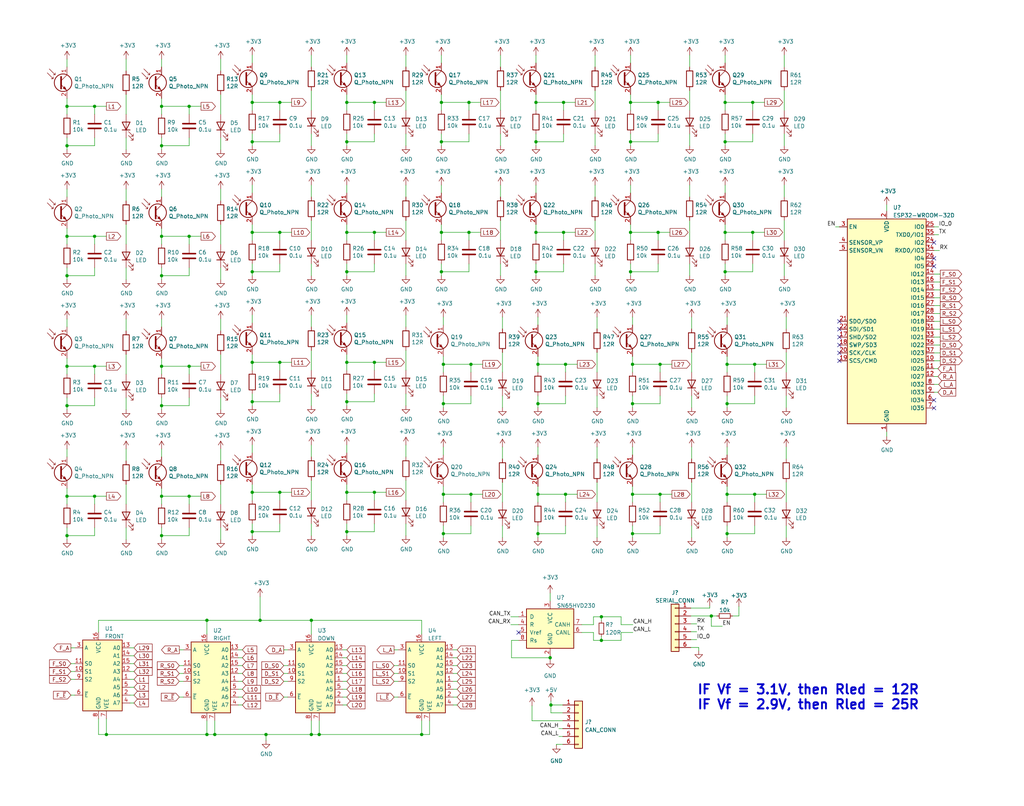
<source format=kicad_sch>
(kicad_sch (version 20211123) (generator eeschema)
  (paper "User" 329.997 259.994)
  (junction (at 90.17 158.75))
  (junction (at 66.675 236.855))
  (junction (at 111.76 74.93))
  (junction (at 30.48 118.11))
  (junction (at 173.355 117.475))
  (junction (at 111.76 87.63))
  (junction (at 90.17 33.02))
  (junction (at 83.82 200.025))
  (junction (at 142.24 87.63))
  (junction (at 52.07 34.29))
  (junction (at 21.59 88.9))
  (junction (at 111.76 45.72))
  (junction (at 182.245 117.475))
  (junction (at 102.87 236.855))
  (junction (at 242.57 33.02))
  (junction (at 151.13 74.93))
  (junction (at 243.205 117.475))
  (junction (at 135.89 236.855))
  (junction (at 234.315 159.385))
  (junction (at 111.76 33.02))
  (junction (at 193.802 198.882))
  (junction (at 234.315 130.175))
  (junction (at 52.07 160.02))
  (junction (at 60.96 34.29))
  (junction (at 233.68 74.93))
  (junction (at 21.59 118.11))
  (junction (at 177.292 212.09))
  (junction (at 142.875 117.475))
  (junction (at 233.68 33.02))
  (junction (at 151.765 159.385))
  (junction (at 21.59 130.81))
  (junction (at 172.72 74.93))
  (junction (at 242.57 74.93))
  (junction (at 203.2 74.93))
  (junction (at 81.28 116.84))
  (junction (at 52.07 118.11))
  (junction (at 243.205 159.385))
  (junction (at 60.96 118.11))
  (junction (at 203.835 117.475))
  (junction (at 120.65 33.02))
  (junction (at 172.72 33.02))
  (junction (at 52.07 172.72))
  (junction (at 120.65 74.93))
  (junction (at 203.2 45.72))
  (junction (at 142.875 172.085))
  (junction (at 182.245 159.385))
  (junction (at 233.68 87.63))
  (junction (at 203.835 159.385))
  (junction (at 229.235 198.628))
  (junction (at 120.65 116.84))
  (junction (at 90.17 116.84))
  (junction (at 111.76 116.84))
  (junction (at 21.59 34.29))
  (junction (at 52.07 46.99))
  (junction (at 52.07 88.9))
  (junction (at 69.215 236.855))
  (junction (at 81.28 158.75))
  (junction (at 81.28 45.72))
  (junction (at 81.28 33.02))
  (junction (at 142.24 33.02))
  (junction (at 151.765 117.475))
  (junction (at 203.835 130.175))
  (junction (at 60.96 160.02))
  (junction (at 203.2 33.02))
  (junction (at 21.59 76.2))
  (junction (at 52.07 130.81))
  (junction (at 172.72 45.72))
  (junction (at 81.28 171.45))
  (junction (at 233.68 45.72))
  (junction (at 30.48 160.02))
  (junction (at 21.59 160.02))
  (junction (at 100.33 200.025))
  (junction (at 142.875 130.175))
  (junction (at 234.315 172.085))
  (junction (at 193.802 206.502))
  (junction (at 173.355 130.175))
  (junction (at 142.24 74.93))
  (junction (at 120.65 158.75))
  (junction (at 81.28 74.93))
  (junction (at 21.59 172.72))
  (junction (at 90.17 74.93))
  (junction (at 142.875 159.385))
  (junction (at 21.59 46.99))
  (junction (at 60.96 76.2))
  (junction (at 172.72 87.63))
  (junction (at 173.355 159.385))
  (junction (at 81.28 87.63))
  (junction (at 111.76 171.45))
  (junction (at 212.09 74.93))
  (junction (at 151.13 33.02))
  (junction (at 212.725 117.475))
  (junction (at 181.61 33.02))
  (junction (at 173.355 172.085))
  (junction (at 30.48 76.2))
  (junction (at 66.675 200.025))
  (junction (at 142.24 45.72))
  (junction (at 234.315 117.475))
  (junction (at 203.835 172.085))
  (junction (at 212.09 33.02))
  (junction (at 30.48 34.29))
  (junction (at 52.07 76.2))
  (junction (at 181.61 74.93))
  (junction (at 85.725 236.855))
  (junction (at 81.28 129.54))
  (junction (at 177.546 227.33))
  (junction (at 111.76 158.75))
  (junction (at 100.33 236.855))
  (junction (at 111.76 129.54))
  (junction (at 212.725 159.385))
  (junction (at 203.2 87.63))
  (junction (at 34.29 236.855))
  (no_connect (at 300.99 78.232))
  (no_connect (at 270.51 113.792))
  (no_connect (at 270.51 108.712))
  (no_connect (at 270.51 111.252))
  (no_connect (at 300.99 131.572))
  (no_connect (at 270.51 106.172))
  (no_connect (at 300.99 85.852))
  (no_connect (at 300.99 83.312))
  (no_connect (at 167.132 203.962))
  (no_connect (at 300.99 129.032))
  (no_connect (at 270.51 116.332))
  (no_connect (at 270.51 103.632))
  (wire (pts (xy 142.875 161.925) (xy 142.875 159.385)))
  (wire (pts (xy 71.12 132.08) (xy 71.12 128.27)))
  (wire (pts (xy 138.43 236.855) (xy 135.89 236.855)))
  (wire (pts (xy 243.205 117.475) (xy 243.205 120.015)))
  (wire (pts (xy 81.28 20.32) (xy 81.28 17.78)))
  (wire (pts (xy 222.25 21.59) (xy 222.25 17.78)))
  (wire (pts (xy 203.2 74.93) (xy 203.2 72.39)))
  (wire (pts (xy 90.17 87.63) (xy 81.28 87.63)))
  (wire (pts (xy 212.09 43.18) (xy 212.09 45.72)))
  (wire (pts (xy 22.86 216.535) (xy 24.13 216.535)))
  (wire (pts (xy 172.72 62.23) (xy 172.72 59.69)))
  (wire (pts (xy 243.205 159.385) (xy 243.205 161.925)))
  (wire (pts (xy 66.675 200.025) (xy 31.75 200.025)))
  (wire (pts (xy 102.87 236.855) (xy 135.89 236.855)))
  (wire (pts (xy 40.64 106.68) (xy 40.64 102.87)))
  (wire (pts (xy 111.76 62.23) (xy 111.76 59.69)))
  (wire (pts (xy 222.885 106.045) (xy 222.885 102.235)))
  (wire (pts (xy 300.99 80.772) (xy 302.768 80.772)))
  (wire (pts (xy 300.99 103.632) (xy 303.022 103.632)))
  (wire (pts (xy 21.59 34.29) (xy 21.59 31.75)))
  (wire (pts (xy 285.75 66.04) (xy 285.75 68.072)))
  (wire (pts (xy 203.835 117.475) (xy 203.835 114.935)))
  (wire (pts (xy 52.07 118.11) (xy 52.07 115.57)))
  (wire (pts (xy 300.99 123.952) (xy 302.514 123.952)))
  (wire (pts (xy 142.24 33.02) (xy 151.13 33.02)))
  (wire (pts (xy 229.235 198.628) (xy 231.013 198.628)))
  (wire (pts (xy 57.785 214.63) (xy 59.055 214.63)))
  (wire (pts (xy 52.07 34.29) (xy 60.96 34.29)))
  (wire (pts (xy 120.65 116.84) (xy 120.65 119.38)))
  (wire (pts (xy 40.64 90.17) (xy 40.64 86.36)))
  (wire (pts (xy 228.727 195.453) (xy 228.727 196.088)))
  (wire (pts (xy 177.546 227.33) (xy 181.356 227.33)))
  (wire (pts (xy 90.17 33.02) (xy 90.17 35.56)))
  (wire (pts (xy 100.33 130.81) (xy 100.33 127)))
  (wire (pts (xy 142.24 74.93) (xy 142.24 72.39)))
  (wire (pts (xy 81.28 74.93) (xy 81.28 72.39)))
  (wire (pts (xy 81.28 116.84) (xy 90.17 116.84)))
  (wire (pts (xy 90.17 43.18) (xy 90.17 45.72)))
  (wire (pts (xy 31.75 236.855) (xy 34.29 236.855)))
  (wire (pts (xy 171.45 232.41) (xy 181.356 232.41)))
  (wire (pts (xy 120.65 87.63) (xy 111.76 87.63)))
  (wire (pts (xy 212.09 45.72) (xy 203.2 45.72)))
  (wire (pts (xy 253.365 147.955) (xy 253.365 144.145)))
  (wire (pts (xy 21.59 118.11) (xy 21.59 115.57)))
  (wire (pts (xy 52.07 34.29) (xy 52.07 31.75)))
  (wire (pts (xy 21.59 76.2) (xy 21.59 73.66)))
  (wire (pts (xy 172.72 88.9) (xy 172.72 87.63)))
  (wire (pts (xy 151.765 169.545) (xy 151.765 172.085)))
  (wire (pts (xy 111.76 172.72) (xy 111.76 171.45)))
  (wire (pts (xy 81.28 130.81) (xy 81.28 129.54)))
  (wire (pts (xy 110.49 227.33) (xy 111.76 227.33)))
  (wire (pts (xy 30.48 160.02) (xy 30.48 162.56)))
  (wire (pts (xy 161.29 88.9) (xy 161.29 85.09)))
  (wire (pts (xy 127 224.79) (xy 128.27 224.79)))
  (wire (pts (xy 52.07 90.17) (xy 52.07 88.9)))
  (wire (pts (xy 300.99 90.932) (xy 303.022 90.932)))
  (wire (pts (xy 120.65 158.75) (xy 120.65 161.29)))
  (wire (pts (xy 172.72 74.93) (xy 172.72 72.39)))
  (wire (pts (xy 127 209.55) (xy 128.27 209.55)))
  (wire (pts (xy 181.61 74.93) (xy 185.42 74.93)))
  (wire (pts (xy 203.2 20.32) (xy 203.2 17.78)))
  (wire (pts (xy 203.835 172.085) (xy 203.835 169.545)))
  (wire (pts (xy 191.262 198.882) (xy 193.802 198.882)))
  (wire (pts (xy 81.28 45.72) (xy 81.28 43.18)))
  (wire (pts (xy 238.125 195.58) (xy 238.125 198.628)))
  (wire (pts (xy 40.64 173.99) (xy 40.64 170.18)))
  (wire (pts (xy 81.28 77.47) (xy 81.28 74.93)))
  (wire (pts (xy 172.72 77.47) (xy 172.72 74.93)))
  (wire (pts (xy 130.81 21.59) (xy 130.81 17.78)))
  (wire (pts (xy 34.29 236.855) (xy 66.675 236.855)))
  (wire (pts (xy 234.315 117.475) (xy 243.205 117.475)))
  (wire (pts (xy 81.28 119.38) (xy 81.28 116.84)))
  (wire (pts (xy 21.59 90.17) (xy 21.59 88.9)))
  (wire (pts (xy 52.07 63.5) (xy 52.07 60.96)))
  (wire (pts (xy 191.262 201.422) (xy 191.262 198.882)))
  (wire (pts (xy 102.87 232.41) (xy 102.87 236.855)))
  (wire (pts (xy 167.132 206.502) (xy 164.846 206.502)))
  (wire (pts (xy 91.44 224.79) (xy 92.71 224.79)))
  (wire (pts (xy 100.33 105.41) (xy 100.33 101.6)))
  (wire (pts (xy 192.405 113.665) (xy 192.405 120.015)))
  (wire (pts (xy 233.68 20.32) (xy 233.68 17.78)))
  (wire (pts (xy 192.405 106.045) (xy 192.405 102.235)))
  (wire (pts (xy 146.05 209.55) (xy 147.32 209.55)))
  (wire (pts (xy 142.24 45.72) (xy 142.24 43.18)))
  (wire (pts (xy 90.17 116.84) (xy 93.98 116.84)))
  (wire (pts (xy 52.07 105.41) (xy 52.07 102.87)))
  (wire (pts (xy 164.592 201.422) (xy 167.132 201.422)))
  (wire (pts (xy 203.2 74.93) (xy 212.09 74.93)))
  (wire (pts (xy 161.925 173.355) (xy 161.925 169.545)))
  (wire (pts (xy 203.835 159.385) (xy 212.725 159.385)))
  (wire (pts (xy 90.17 158.75) (xy 90.17 161.29)))
  (wire (pts (xy 233.68 46.99) (xy 233.68 45.72)))
  (wire (pts (xy 100.33 46.99) (xy 100.33 43.18)))
  (wire (pts (xy 111.76 77.47) (xy 111.76 74.93)))
  (wire (pts (xy 243.205 172.085) (xy 234.315 172.085)))
  (wire (pts (xy 151.13 43.18) (xy 151.13 45.72)))
  (wire (pts (xy 120.65 129.54) (xy 111.76 129.54)))
  (wire (pts (xy 222.885 131.445) (xy 222.885 127.635)))
  (wire (pts (xy 111.76 161.29) (xy 111.76 158.75)))
  (wire (pts (xy 21.59 132.08) (xy 21.59 130.81)))
  (wire (pts (xy 234.315 130.175) (xy 234.315 127.635)))
  (wire (pts (xy 60.96 118.11) (xy 64.77 118.11)))
  (wire (pts (xy 234.315 173.355) (xy 234.315 172.085)))
  (wire (pts (xy 30.48 46.99) (xy 21.59 46.99)))
  (wire (pts (xy 233.68 74.93) (xy 242.57 74.93)))
  (wire (pts (xy 21.59 130.81) (xy 21.59 128.27)))
  (wire (pts (xy 172.72 87.63) (xy 172.72 85.09)))
  (wire (pts (xy 41.91 219.075) (xy 43.18 219.075)))
  (wire (pts (xy 300.99 73.152) (xy 302.514 73.152)))
  (wire (pts (xy 100.33 236.855) (xy 102.87 236.855)))
  (wire (pts (xy 234.315 172.085) (xy 234.315 169.545)))
  (wire (pts (xy 243.205 169.545) (xy 243.205 172.085)))
  (wire (pts (xy 21.59 34.29) (xy 30.48 34.29)))
  (wire (pts (xy 110.49 224.79) (xy 111.76 224.79)))
  (wire (pts (xy 111.76 87.63) (xy 111.76 85.09)))
  (wire (pts (xy 200.152 201.422) (xy 203.962 201.422)))
  (wire (pts (xy 81.28 171.45) (xy 81.28 168.91)))
  (wire (pts (xy 203.835 161.925) (xy 203.835 159.385)))
  (wire (pts (xy 40.64 132.08) (xy 40.64 128.27)))
  (wire (pts (xy 252.73 71.12) (xy 252.73 77.47)))
  (wire (pts (xy 191.262 203.962) (xy 191.262 206.502)))
  (wire (pts (xy 57.785 224.79) (xy 59.055 224.79)))
  (wire (pts (xy 173.355 159.385) (xy 173.355 156.845)))
  (wire (pts (xy 229.235 201.93) (xy 229.235 198.628)))
  (wire (pts (xy 31.75 200.025) (xy 31.75 203.835)))
  (wire (pts (xy 81.28 146.05) (xy 81.28 143.51)))
  (wire (pts (xy 111.76 33.02) (xy 120.65 33.02)))
  (wire (pts (xy 146.05 214.63) (xy 147.32 214.63)))
  (wire (pts (xy 90.17 127) (xy 90.17 129.54)))
  (wire (pts (xy 110.49 214.63) (xy 111.76 214.63)))
  (wire (pts (xy 242.57 43.18) (xy 242.57 45.72)))
  (wire (pts (xy 142.24 77.47) (xy 142.24 74.93)))
  (wire (pts (xy 192.405 147.955) (xy 192.405 144.145)))
  (wire (pts (xy 91.44 217.17) (xy 92.71 217.17)))
  (wire (pts (xy 34.29 231.775) (xy 34.29 236.855)))
  (wire (pts (xy 269.24 73.152) (xy 270.51 73.152)))
  (wire (pts (xy 111.76 104.14) (xy 111.76 101.6)))
  (wire (pts (xy 111.76 158.75) (xy 111.76 156.21)))
  (wire (pts (xy 91.44 219.71) (xy 92.71 219.71)))
  (wire (pts (xy 110.49 217.17) (xy 111.76 217.17)))
  (wire (pts (xy 71.12 64.77) (xy 71.12 60.96)))
  (wire (pts (xy 30.48 44.45) (xy 30.48 46.99)))
  (wire (pts (xy 252.73 21.59) (xy 252.73 17.78)))
  (wire (pts (xy 66.675 232.41) (xy 66.675 236.855)))
  (wire (pts (xy 130.81 88.9) (xy 130.81 85.09)))
  (wire (pts (xy 179.324 240.284) (xy 179.324 240.03)))
  (wire (pts (xy 21.59 88.9) (xy 21.59 86.36)))
  (wire (pts (xy 120.65 43.18) (xy 120.65 45.72)))
  (wire (pts (xy 234.315 131.445) (xy 234.315 130.175)))
  (wire (pts (xy 173.355 172.085) (xy 173.355 169.545)))
  (wire (pts (xy 52.07 173.99) (xy 52.07 172.72)))
  (wire (pts (xy 191.77 29.21) (xy 191.77 35.56)))
  (wire (pts (xy 242.57 33.02) (xy 242.57 35.56)))
  (wire (pts (xy 41.91 226.695) (xy 43.18 226.695)))
  (wire (pts (xy 142.875 130.175) (xy 142.875 127.635)))
  (wire (pts (xy 222.631 201.168) (xy 224.536 201.168)))
  (wire (pts (xy 203.2 62.23) (xy 203.2 59.69)))
  (wire (pts (xy 146.05 217.17) (xy 147.32 217.17)))
  (wire (pts (xy 111.76 171.45) (xy 111.76 168.91)))
  (wire (pts (xy 66.675 200.025) (xy 66.675 204.47)))
  (wire (pts (xy 242.57 87.63) (xy 233.68 87.63)))
  (wire (pts (xy 177.292 191.262) (xy 177.292 193.802)))
  (wire (pts (xy 151.765 172.085) (xy 142.875 172.085)))
  (wire (pts (xy 90.17 171.45) (xy 81.28 171.45)))
  (wire (pts (xy 60.96 88.9) (xy 52.07 88.9)))
  (wire (pts (xy 173.355 146.685) (xy 173.355 144.145)))
  (wire (pts (xy 41.91 221.615) (xy 43.18 221.615)))
  (wire (pts (xy 30.48 86.36) (xy 30.48 88.9)))
  (wire (pts (xy 161.925 147.955) (xy 161.925 144.145)))
  (wire (pts (xy 90.17 168.91) (xy 90.17 171.45)))
  (wire (pts (xy 142.24 46.99) (xy 142.24 45.72)))
  (wire (pts (xy 161.925 113.665) (xy 161.925 120.015)))
  (wire (pts (xy 22.86 213.995) (xy 24.13 213.995)))
  (wire (pts (xy 203.835 131.445) (xy 203.835 130.175)))
  (wire (pts (xy 120.65 74.93) (xy 120.65 77.47)))
  (wire (pts (xy 30.48 172.72) (xy 21.59 172.72)))
  (wire (pts (xy 52.07 88.9) (xy 52.07 86.36)))
  (wire (pts (xy 100.33 200.025) (xy 100.33 204.47)))
  (wire (pts (xy 21.59 172.72) (xy 21.59 170.18)))
  (wire (pts (xy 21.59 36.83) (xy 21.59 34.29)))
  (wire (pts (xy 130.81 46.99) (xy 130.81 43.18)))
  (wire (pts (xy 182.245 169.545) (xy 182.245 172.085)))
  (wire (pts (xy 191.262 206.502) (xy 193.802 206.502)))
  (wire (pts (xy 177.546 229.87) (xy 181.356 229.87)))
  (wire (pts (xy 161.29 29.21) (xy 161.29 35.56)))
  (wire (pts (xy 41.91 224.155) (xy 43.18 224.155)))
  (wire (pts (xy 161.29 71.12) (xy 161.29 77.47)))
  (wire (pts (xy 100.33 113.03) (xy 100.33 119.38)))
  (wire (pts (xy 193.802 205.232) (xy 193.802 206.502)))
  (wire (pts (xy 52.07 36.83) (xy 52.07 34.29)))
  (wire (pts (xy 52.07 160.02) (xy 52.07 157.48)))
  (wire (pts (xy 30.48 170.18) (xy 30.48 172.72)))
  (wire (pts (xy 192.405 155.575) (xy 192.405 161.925)))
  (wire (pts (xy 243.205 127.635) (xy 243.205 130.175)))
  (wire (pts (xy 192.405 131.445) (xy 192.405 127.635)))
  (wire (pts (xy 60.96 160.02) (xy 60.96 162.56)))
  (wire (pts (xy 142.875 131.445) (xy 142.875 130.175)))
  (wire (pts (xy 90.17 85.09) (xy 90.17 87.63)))
  (wire (pts (xy 111.76 33.02) (xy 111.76 30.48)))
  (wire (pts (xy 69.215 232.41) (xy 69.215 236.855)))
  (wire (pts (xy 193.802 198.882) (xy 200.152 198.882)))
  (wire (pts (xy 83.82 200.025) (xy 66.675 200.025)))
  (wire (pts (xy 173.355 131.445) (xy 173.355 130.175)))
  (wire (pts (xy 151.765 117.475) (xy 151.765 120.015)))
  (wire (pts (xy 212.09 33.02) (xy 215.9 33.02)))
  (wire (pts (xy 179.324 240.03) (xy 181.356 240.03)))
  (wire (pts (xy 151.765 159.385) (xy 155.575 159.385)))
  (wire (pts (xy 212.09 74.93) (xy 215.9 74.93)))
  (wire (pts (xy 192.405 173.355) (xy 192.405 169.545)))
  (wire (pts (xy 182.245 172.085) (xy 173.355 172.085)))
  (wire (pts (xy 52.07 120.65) (xy 52.07 118.11)))
  (wire (pts (xy 164.592 198.882) (xy 167.132 198.882)))
  (wire (pts (xy 180.086 237.49) (xy 181.356 237.49)))
  (wire (pts (xy 164.846 206.502) (xy 164.846 212.09)))
  (wire (pts (xy 60.96 44.45) (xy 60.96 46.99)))
  (wire (pts (xy 60.96 130.81) (xy 52.07 130.81)))
  (wire (pts (xy 52.07 130.81) (xy 52.07 128.27)))
  (wire (pts (xy 181.61 43.18) (xy 181.61 45.72)))
  (wire (pts (xy 182.245 117.475) (xy 182.245 120.015)))
  (wire (pts (xy 100.33 71.12) (xy 100.33 77.47)))
  (wire (pts (xy 85.725 236.855) (xy 85.725 238.76)))
  (wire (pts (xy 21.59 118.11) (xy 30.48 118.11)))
  (wire (pts (xy 300.99 111.252) (xy 303.022 111.252)))
  (wire (pts (xy 76.835 214.63) (xy 78.105 214.63)))
  (wire (pts (xy 233.68 45.72) (xy 233.68 43.18)))
  (wire (pts (xy 233.68 33.02) (xy 242.57 33.02)))
  (wire (pts (xy 181.61 85.09) (xy 181.61 87.63)))
  (wire (pts (xy 151.765 130.175) (xy 142.875 130.175)))
  (wire (pts (xy 71.12 106.68) (xy 71.12 102.87)))
  (wire (pts (xy 66.675 236.855) (xy 69.215 236.855)))
  (wire (pts (xy 30.48 34.29) (xy 34.29 34.29)))
  (wire (pts (xy 234.315 159.385) (xy 243.205 159.385)))
  (wire (pts (xy 130.81 172.72) (xy 130.81 168.91)))
  (wire (pts (xy 100.33 21.59) (xy 100.33 17.78)))
  (wire (pts (xy 191.77 46.99) (xy 191.77 43.18)))
  (wire (pts (xy 60.96 34.29) (xy 64.77 34.29)))
  (wire (pts (xy 300.99 113.792) (xy 303.022 113.792)))
  (wire (pts (xy 234.315 159.385) (xy 234.315 156.845)))
  (wire (pts (xy 187.452 203.962) (xy 191.262 203.962)))
  (wire (pts (xy 146.05 227.33) (xy 147.32 227.33)))
  (wire (pts (xy 91.44 209.55) (xy 92.71 209.55)))
  (wire (pts (xy 111.76 158.75) (xy 120.65 158.75)))
  (wire (pts (xy 242.57 85.09) (xy 242.57 87.63)))
  (wire (pts (xy 111.76 35.56) (xy 111.76 33.02)))
  (wire (pts (xy 253.365 173.355) (xy 253.365 169.545)))
  (wire (pts (xy 120.65 168.91) (xy 120.65 171.45)))
  (wire (pts (xy 234.315 120.015) (xy 234.315 117.475)))
  (wire (pts (xy 71.12 48.26) (xy 71.12 44.45)))
  (wire (pts (xy 120.65 74.93) (xy 124.46 74.93)))
  (wire (pts (xy 243.205 130.175) (xy 234.315 130.175)))
  (wire (pts (xy 127 219.71) (xy 128.27 219.71)))
  (wire (pts (xy 41.91 208.915) (xy 43.18 208.915)))
  (wire (pts (xy 130.81 105.41) (xy 130.81 101.6)))
  (wire (pts (xy 60.96 118.11) (xy 60.96 120.65)))
  (wire (pts (xy 142.875 117.475) (xy 151.765 117.475)))
  (wire (pts (xy 212.725 169.545) (xy 212.725 172.085)))
  (wire (pts (xy 90.17 116.84) (xy 90.17 119.38)))
  (wire (pts (xy 200.152 198.882) (xy 200.152 201.422)))
  (wire (pts (xy 21.59 21.59) (xy 21.59 19.05)))
  (wire (pts (xy 31.75 231.775) (xy 31.75 236.855)))
  (wire (pts (xy 212.725 130.175) (xy 203.835 130.175)))
  (wire (pts (xy 300.99 88.392) (xy 303.022 88.392)))
  (wire (pts (xy 173.355 104.775) (xy 173.355 102.235)))
  (wire (pts (xy 172.72 33.02) (xy 181.61 33.02)))
  (wire (pts (xy 111.76 129.54) (xy 111.76 127)))
  (wire (pts (xy 30.48 130.81) (xy 21.59 130.81)))
  (wire (pts (xy 233.68 35.56) (xy 233.68 33.02)))
  (wire (pts (xy 130.81 130.81) (xy 130.81 127)))
  (wire (pts (xy 142.24 88.9) (xy 142.24 87.63)))
  (wire (pts (xy 203.2 35.56) (xy 203.2 33.02)))
  (wire (pts (xy 233.68 77.47) (xy 233.68 74.93)))
  (wire (pts (xy 90.17 158.75) (xy 93.98 158.75)))
  (wire (pts (xy 90.17 74.93) (xy 90.17 77.47)))
  (wire (pts (xy 111.76 46.99) (xy 111.76 45.72)))
  (wire (pts (xy 52.07 46.99) (xy 52.07 44.45)))
  (wire (pts (xy 151.765 127.635) (xy 151.765 130.175)))
  (wire (pts (xy 242.57 33.02) (xy 246.38 33.02)))
  (wire (pts (xy 203.835 173.355) (xy 203.835 172.085)))
  (wire (pts (xy 151.13 74.93) (xy 151.13 77.47)))
  (wire (pts (xy 222.25 29.21) (xy 222.25 35.56)))
  (wire (pts (xy 300.99 126.492) (xy 302.26 126.492)))
  (wire (pts (xy 161.29 63.5) (xy 161.29 59.69)))
  (wire (pts (xy 110.49 209.55) (xy 111.76 209.55)))
  (wire (pts (xy 253.365 131.445) (xy 253.365 127.635)))
  (wire (pts (xy 21.59 78.74) (xy 21.59 76.2)))
  (wire (pts (xy 40.64 114.3) (xy 40.64 120.65)))
  (wire (pts (xy 203.2 46.99) (xy 203.2 45.72)))
  (wire (pts (xy 252.73 46.99) (xy 252.73 43.18)))
  (wire (pts (xy 173.355 117.475) (xy 173.355 114.935)))
  (wire (pts (xy 212.725 159.385) (xy 212.725 161.925)))
  (wire (pts (xy 52.07 78.74) (xy 52.07 76.2)))
  (wire (pts (xy 81.28 87.63) (xy 81.28 85.09)))
  (wire (pts (xy 212.09 33.02) (xy 212.09 35.56)))
  (wire (pts (xy 161.925 131.445) (xy 161.925 127.635)))
  (wire (pts (xy 130.81 71.12) (xy 130.81 77.47)))
  (wire (pts (xy 30.48 76.2) (xy 34.29 76.2)))
  (wire (pts (xy 142.875 159.385) (xy 142.875 156.845)))
  (wire (pts (xy 135.89 232.41) (xy 135.89 236.855)))
  (wire (pts (xy 187.452 201.422) (xy 191.262 201.422)))
  (wire (pts (xy 146.05 224.79) (xy 147.32 224.79)))
  (wire (pts (xy 83.82 200.025) (xy 100.33 200.025)))
  (wire (pts (xy 71.12 30.48) (xy 71.12 36.83)))
  (wire (pts (xy 60.96 160.02) (xy 64.77 160.02)))
  (wire (pts (xy 151.13 74.93) (xy 154.94 74.93)))
  (wire (pts (xy 111.76 74.93) (xy 120.65 74.93)))
  (wire (pts (xy 135.89 200.025) (xy 135.89 204.47)))
  (wire (pts (xy 81.28 62.23) (xy 81.28 59.69)))
  (wire (pts (xy 232.791 201.93) (xy 229.235 201.93)))
  (wire (pts (xy 120.65 33.02) (xy 120.65 35.56)))
  (wire (pts (xy 130.81 147.32) (xy 130.81 143.51)))
  (wire (pts (xy 138.43 232.41) (xy 138.43 236.855)))
  (wire (pts (xy 52.07 147.32) (xy 52.07 144.78)))
  (wire (pts (xy 142.875 146.685) (xy 142.875 144.145)))
  (wire (pts (xy 181.61 45.72) (xy 172.72 45.72)))
  (wire (pts (xy 203.835 117.475) (xy 212.725 117.475)))
  (wire (pts (xy 69.215 236.855) (xy 85.725 236.855)))
  (wire (pts (xy 81.28 74.93) (xy 90.17 74.93)))
  (wire (pts (xy 212.09 85.09) (xy 212.09 87.63)))
  (wire (pts (xy 111.76 146.05) (xy 111.76 143.51)))
  (wire (pts (xy 110.49 219.71) (xy 111.76 219.71)))
  (wire (pts (xy 90.17 129.54) (xy 81.28 129.54)))
  (wire (pts (xy 252.73 29.21) (xy 252.73 35.56)))
  (wire (pts (xy 130.81 154.94) (xy 130.81 161.29)))
  (wire (pts (xy 30.48 128.27) (xy 30.48 130.81)))
  (wire (pts (xy 60.96 86.36) (xy 60.96 88.9)))
  (wire (pts (xy 172.72 74.93) (xy 181.61 74.93)))
  (wire (pts (xy 200.152 203.962) (xy 203.962 203.962)))
  (wire (pts (xy 142.24 35.56) (xy 142.24 33.02)))
  (wire (pts (xy 151.13 87.63) (xy 142.24 87.63)))
  (wire (pts (xy 21.59 63.5) (xy 21.59 60.96)))
  (wire (pts (xy 21.59 173.99) (xy 21.59 172.72)))
  (wire (pts (xy 21.59 120.65) (xy 21.59 118.11)))
  (wire (pts (xy 52.07 160.02) (xy 60.96 160.02)))
  (wire (pts (xy 142.24 74.93) (xy 151.13 74.93)))
  (wire (pts (xy 100.33 154.94) (xy 100.33 161.29)))
  (wire (pts (xy 212.09 74.93) (xy 212.09 77.47)))
  (wire (pts (xy 90.17 74.93) (xy 93.98 74.93)))
  (wire (pts (xy 212.725 172.085) (xy 203.835 172.085)))
  (wire (pts (xy 212.725 127.635) (xy 212.725 130.175)))
  (wire (pts (xy 172.72 46.99) (xy 172.72 45.72)))
  (wire (pts (xy 52.07 48.26) (xy 52.07 46.99)))
  (wire (pts (xy 30.48 76.2) (xy 30.48 78.74)))
  (wire (pts (xy 52.07 162.56) (xy 52.07 160.02)))
  (wire (pts (xy 181.61 87.63) (xy 172.72 87.63)))
  (wire (pts (xy 71.12 22.86) (xy 71.12 19.05)))
  (wire (pts (xy 111.76 74.93) (xy 111.76 72.39)))
  (wire (pts (xy 182.245 127.635) (xy 182.245 130.175)))
  (wire (pts (xy 111.76 116.84) (xy 111.76 114.3)))
  (wire (pts (xy 41.91 213.995) (xy 43.18 213.995)))
  (wire (pts (xy 193.802 198.882) (xy 193.802 200.152)))
  (wire (pts (xy 222.25 88.9) (xy 222.25 85.09)))
  (wire (pts (xy 40.64 22.86) (xy 40.64 19.05)))
  (wire (pts (xy 40.64 72.39) (xy 40.64 78.74)))
  (wire (pts (xy 222.885 113.665) (xy 222.885 120.015)))
  (wire (pts (xy 252.73 63.5) (xy 252.73 59.69)))
  (wire (pts (xy 60.96 170.18) (xy 60.96 172.72)))
  (wire (pts (xy 151.13 85.09) (xy 151.13 87.63)))
  (wire (pts (xy 203.835 146.685) (xy 203.835 144.145)))
  (wire (pts (xy 173.355 173.355) (xy 173.355 172.085)))
  (wire (pts (xy 151.13 33.02) (xy 154.94 33.02)))
  (wire (pts (xy 177.292 212.09) (xy 177.292 212.852)))
  (wire (pts (xy 91.44 214.63) (xy 92.71 214.63)))
  (wire (pts (xy 100.33 88.9) (xy 100.33 85.09)))
  (wire (pts (xy 71.12 72.39) (xy 71.12 78.74)))
  (wire (pts (xy 52.07 132.08) (xy 52.07 130.81)))
  (wire (pts (xy 76.835 217.17) (xy 78.105 217.17)))
  (wire (pts (xy 222.885 155.575) (xy 222.885 161.925)))
  (wire (pts (xy 127 214.63) (xy 128.27 214.63)))
  (wire (pts (xy 100.33 172.72) (xy 100.33 168.91)))
  (wire (pts (xy 81.28 88.9) (xy 81.28 87.63)))
  (wire (pts (xy 222.885 173.355) (xy 222.885 169.545)))
  (wire (pts (xy 151.13 33.02) (xy 151.13 35.56)))
  (wire (pts (xy 182.245 117.475) (xy 186.055 117.475)))
  (wire (pts (xy 142.24 87.63) (xy 142.24 85.09)))
  (wire (pts (xy 212.725 159.385) (xy 216.535 159.385)))
  (wire (pts (xy 151.13 45.72) (xy 142.24 45.72)))
  (wire (pts (xy 173.355 161.925) (xy 173.355 159.385)))
  (wire (pts (xy 146.05 219.71) (xy 147.32 219.71)))
  (wire (pts (xy 130.81 63.5) (xy 130.81 59.69)))
  (wire (pts (xy 191.77 63.5) (xy 191.77 59.69)))
  (wire (pts (xy 21.59 162.56) (xy 21.59 160.02)))
  (wire (pts (xy 111.76 88.9) (xy 111.76 87.63)))
  (wire (pts (xy 120.65 127) (xy 120.65 129.54)))
  (wire (pts (xy 100.33 200.025) (xy 135.89 200.025)))
  (wire (pts (xy 177.546 226.06) (xy 177.546 227.33)))
  (wire (pts (xy 120.65 33.02) (xy 124.46 33.02)))
  (wire (pts (xy 60.96 76.2) (xy 64.77 76.2)))
  (wire (pts (xy 203.835 120.015) (xy 203.835 117.475)))
  (wire (pts (xy 100.33 147.32) (xy 100.33 143.51)))
  (wire (pts (xy 300.99 121.412) (xy 302.26 121.412)))
  (wire (pts (xy 40.64 156.21) (xy 40.64 162.56)))
  (wire (pts (xy 41.91 216.535) (xy 43.18 216.535)))
  (wire (pts (xy 21.59 160.02) (xy 21.59 157.48)))
  (wire (pts (xy 60.96 34.29) (xy 60.96 36.83)))
  (wire (pts (xy 212.725 117.475) (xy 212.725 120.015)))
  (wire (pts (xy 30.48 118.11) (xy 34.29 118.11)))
  (wire (pts (xy 212.725 117.475) (xy 216.535 117.475)))
  (wire (pts (xy 222.631 203.708) (xy 224.536 203.708)))
  (wire (pts (xy 22.86 208.915) (xy 24.13 208.915)))
  (wire (pts (xy 90.17 45.72) (xy 81.28 45.72)))
  (wire (pts (xy 146.05 222.25) (xy 147.32 222.25)))
  (wire (pts (xy 234.315 146.685) (xy 234.315 144.145)))
  (wire (pts (xy 181.61 33.02) (xy 181.61 35.56)))
  (wire (pts (xy 203.835 159.385) (xy 203.835 156.845)))
  (wire (pts (xy 238.125 198.628) (xy 236.093 198.628)))
  (wire (pts (xy 76.835 209.55) (xy 78.105 209.55)))
  (wire (pts (xy 57.785 209.55) (xy 59.055 209.55)))
  (wire (pts (xy 182.245 130.175) (xy 173.355 130.175)))
  (wire (pts (xy 83.82 192.405) (xy 83.82 200.025)))
  (wire (pts (xy 21.59 46.99) (xy 21.59 44.45)))
  (wire (pts (xy 40.64 30.48) (xy 40.64 36.83)))
  (wire (pts (xy 81.28 33.02) (xy 81.28 30.48)))
  (wire (pts (xy 193.802 206.502) (xy 200.152 206.502)))
  (wire (pts (xy 142.24 20.32) (xy 142.24 17.78)))
  (wire (pts (xy 300.99 101.092) (xy 303.022 101.092)))
  (wire (pts (xy 253.365 113.665) (xy 253.365 120.015)))
  (wire (pts (xy 120.65 158.75) (xy 124.46 158.75)))
  (wire (pts (xy 146.05 212.09) (xy 147.32 212.09)))
  (wire (pts (xy 60.96 76.2) (xy 60.96 78.74)))
  (wire (pts (xy 233.68 33.02) (xy 233.68 30.48)))
  (wire (pts (xy 300.99 93.472) (xy 303.022 93.472)))
  (wire (pts (xy 203.2 88.9) (xy 203.2 87.63)))
  (wire (pts (xy 57.785 217.17) (xy 59.055 217.17)))
  (wire (pts (xy 21.59 76.2) (xy 30.48 76.2)))
  (wire (pts (xy 242.57 45.72) (xy 233.68 45.72)))
  (wire (pts (xy 191.77 88.9) (xy 191.77 85.09)))
  (wire (pts (xy 243.205 117.475) (xy 247.015 117.475)))
  (wire (pts (xy 30.48 88.9) (xy 21.59 88.9)))
  (wire (pts (xy 60.96 46.99) (xy 52.07 46.99)))
  (wire (pts (xy 142.875 172.085) (xy 142.875 169.545)))
  (wire (pts (xy 233.68 74.93) (xy 233.68 72.39)))
  (wire (pts (xy 81.28 161.29) (xy 81.28 158.75)))
  (wire (pts (xy 40.64 148.59) (xy 40.64 144.78)))
  (wire (pts (xy 242.57 74.93) (xy 242.57 77.47)))
  (wire (pts (xy 171.45 227.584) (xy 171.45 232.41)))
  (wire (pts (xy 111.76 119.38) (xy 111.76 116.84)))
  (wire (pts (xy 110.49 222.25) (xy 111.76 222.25)))
  (wire (pts (xy 111.76 130.81) (xy 111.76 129.54)))
  (wire (pts (xy 181.61 33.02) (xy 185.42 33.02)))
  (wire (pts (xy 222.631 206.248) (xy 224.536 206.248)))
  (wire (pts (xy 22.86 224.155) (xy 24.13 224.155)))
  (wire (pts (xy 52.07 172.72) (xy 52.07 170.18)))
  (wire (pts (xy 203.835 104.775) (xy 203.835 102.235)))
  (wire (pts (xy 30.48 160.02) (xy 34.29 160.02)))
  (wire (pts (xy 243.205 159.385) (xy 247.015 159.385)))
  (wire (pts (xy 234.315 161.925) (xy 234.315 159.385)))
  (wire (pts (xy 100.33 63.5) (xy 100.33 59.69)))
  (wire (pts (xy 71.12 148.59) (xy 71.12 144.78)))
  (wire (pts (xy 173.355 117.475) (xy 182.245 117.475)))
  (wire (pts (xy 120.65 45.72) (xy 111.76 45.72)))
  (wire (pts (xy 142.24 62.23) (xy 142.24 59.69)))
  (wire (pts (xy 21.59 160.02) (xy 30.48 160.02)))
  (wire (pts (xy 222.631 198.628) (xy 229.235 198.628)))
  (wire (pts (xy 252.73 88.9) (xy 252.73 85.09)))
  (wire (pts (xy 203.2 33.02) (xy 212.09 33.02)))
  (wire (pts (xy 130.81 29.21) (xy 130.81 35.56)))
  (wire (pts (xy 161.925 106.045) (xy 161.925 102.235)))
  (wire (pts (xy 81.28 35.56) (xy 81.28 33.02)))
  (wire (pts (xy 177.546 227.33) (xy 177.546 229.87)))
  (wire (pts (xy 233.68 87.63) (xy 233.68 85.09)))
  (wire (pts (xy 81.28 46.99) (xy 81.28 45.72)))
  (wire (pts (xy 225.171 208.788) (xy 222.631 208.788)))
  (wire (pts (xy 52.07 118.11) (xy 60.96 118.11)))
  (wire (pts (xy 71.12 90.17) (xy 71.12 86.36)))
  (wire (pts (xy 71.12 156.21) (xy 71.12 162.56)))
  (wire (pts (xy 142.875 104.775) (xy 142.875 102.235)))
  (wire (pts (xy 172.72 45.72) (xy 172.72 43.18)))
  (wire (pts (xy 21.59 105.41) (xy 21.59 102.87)))
  (wire (pts (xy 52.07 76.2) (xy 52.07 73.66)))
  (wire (pts (xy 76.835 219.71) (xy 78.105 219.71)))
  (wire (pts (xy 161.29 46.99) (xy 161.29 43.18)))
  (wire (pts (xy 242.57 74.93) (xy 246.38 74.93)))
  (wire (pts (xy 111.76 45.72) (xy 111.76 43.18)))
  (wire (pts (xy 85.725 236.855) (xy 100.33 236.855)))
  (wire (pts (xy 130.81 113.03) (xy 130.81 119.38)))
  (wire (pts (xy 76.835 222.25) (xy 78.105 222.25)))
  (wire (pts (xy 253.365 155.575) (xy 253.365 161.925)))
  (wire (pts (xy 76.835 224.79) (xy 78.105 224.79)))
  (wire (pts (xy 100.33 29.21) (xy 100.33 35.56)))
  (wire (pts (xy 60.96 172.72) (xy 52.07 172.72)))
  (wire (pts (xy 181.61 74.93) (xy 181.61 77.47)))
  (wire (pts (xy 40.64 48.26) (xy 40.64 44.45)))
  (wire (pts (xy 120.65 171.45) (xy 111.76 171.45)))
  (wire (pts (xy 300.99 75.692) (xy 302.514 75.692)))
  (wire (pts (xy 81.28 33.02) (xy 90.17 33.02)))
  (wire (pts (xy 172.72 33.02) (xy 172.72 30.48)))
  (wire (pts (xy 173.355 159.385) (xy 182.245 159.385)))
  (wire (pts (xy 177.292 211.582) (xy 177.292 212.09)))
  (wire (pts (xy 191.77 71.12) (xy 191.77 77.47)))
  (wire (pts (xy 52.07 76.2) (xy 60.96 76.2)))
  (wire (pts (xy 233.68 88.9) (xy 233.68 87.63)))
  (wire (pts (xy 234.315 117.475) (xy 234.315 114.935)))
  (wire (pts (xy 76.835 212.09) (xy 78.105 212.09)))
  (wire (pts (xy 161.29 21.59) (xy 161.29 17.78)))
  (wire (pts (xy 52.07 21.59) (xy 52.07 19.05)))
  (wire (pts (xy 225.171 208.788) (xy 225.171 209.804)))
  (wire (pts (xy 203.2 33.02) (xy 203.2 30.48)))
  (wire (pts (xy 173.355 130.175) (xy 173.355 127.635)))
  (wire (pts (xy 60.96 128.27) (xy 60.96 130.81)))
  (wire (pts (xy 300.99 108.712) (xy 303.022 108.712)))
  (wire (pts (xy 110.49 212.09) (xy 111.76 212.09)))
  (wire (pts (xy 180.086 234.95) (xy 181.356 234.95)))
  (wire (pts (xy 233.68 62.23) (xy 233.68 59.69)))
  (wire (pts (xy 81.28 116.84) (xy 81.28 114.3)))
  (wire (pts (xy 71.12 114.3) (xy 71.12 120.65)))
  (wire (pts (xy 203.2 77.47) (xy 203.2 74.93)))
  (wire (pts (xy 81.28 104.14) (xy 81.28 101.6)))
  (wire (pts (xy 41.91 211.455) (xy 43.18 211.455)))
  (wire (pts (xy 300.99 118.872) (xy 302.26 118.872)))
  (wire (pts (xy 203.2 45.72) (xy 203.2 43.18)))
  (wire (pts (xy 191.77 21.59) (xy 191.77 17.78)))
  (wire (pts (xy 21.59 147.32) (xy 21.59 144.78)))
  (wire (pts (xy 300.99 98.552) (xy 303.022 98.552)))
  (wire (pts (xy 222.25 71.12) (xy 222.25 77.47)))
  (wire (pts (xy 182.245 159.385) (xy 182.245 161.925)))
  (wire (pts (xy 142.875 120.015) (xy 142.875 117.475)))
  (wire (pts (xy 120.65 116.84) (xy 124.46 116.84)))
  (wire (pts (xy 212.09 87.63) (xy 203.2 87.63)))
  (wire (pts (xy 111.76 20.32) (xy 111.76 17.78)))
  (wire (pts (xy 234.315 104.775) (xy 234.315 102.235)))
  (wire (pts (xy 142.24 33.02) (xy 142.24 30.48)))
  (wire (pts (xy 151.765 117.475) (xy 155.575 117.475)))
  (wire (pts (xy 142.875 159.385) (xy 151.765 159.385)))
  (wire (pts (xy 300.99 96.012) (xy 303.022 96.012)))
  (wire (pts (xy 40.64 64.77) (xy 40.64 60.96)))
  (wire (pts (xy 76.835 227.33) (xy 78.105 227.33)))
  (wire (pts (xy 81.28 158.75) (xy 81.28 156.21)))
  (wire (pts (xy 182.245 159.385) (xy 186.055 159.385)))
  (wire (pts (xy 57.785 219.71) (xy 59.055 219.71)))
  (wire (pts (xy 285.75 139.192) (xy 285.75 140.716)))
  (wire (pts (xy 172.72 35.56) (xy 172.72 33.02)))
  (wire (pts (xy 22.86 219.075) (xy 24.13 219.075)))
  (wire (pts (xy 30.48 34.29) (xy 30.48 36.83)))
  (wire (pts (xy 222.25 46.99) (xy 222.25 43.18)))
  (wire (pts (xy 164.846 212.09) (xy 177.292 212.09)))
  (wire (pts (xy 300.99 106.172) (xy 303.022 106.172)))
  (wire (pts (xy 90.17 33.02) (xy 93.98 33.02)))
  (wire (pts (xy 142.875 117.475) (xy 142.875 114.935)))
  (wire (pts (xy 120.65 85.09) (xy 120.65 87.63)))
  (wire (pts (xy 222.25 63.5) (xy 222.25 59.69)))
  (wire (pts (xy 253.365 106.045) (xy 253.365 102.235)))
  (wire (pts (xy 203.835 130.175) (xy 203.835 127.635)))
  (wire (pts (xy 222.885 147.955) (xy 222.885 144.145)))
  (wire (pts (xy 81.28 172.72) (xy 81.28 171.45)))
  (wire (pts (xy 111.76 116.84) (xy 120.65 116.84)))
  (wire (pts (xy 100.33 232.41) (xy 100.33 236.855)))
  (wire (pts (xy 81.28 129.54) (xy 81.28 127)))
  (wire (pts (xy 71.12 173.99) (xy 71.12 170.18)))
  (wire (pts (xy 127 217.17) (xy 128.27 217.17)))
  (wire (pts (xy 161.925 155.575) (xy 161.925 161.925)))
  (wire (pts (xy 81.28 158.75) (xy 90.17 158.75)))
  (wire (pts (xy 173.355 120.015) (xy 173.355 117.475)))
  (wire (pts (xy 200.152 206.502) (xy 200.152 203.962)))
  (wire (pts (xy 203.2 87.63) (xy 203.2 85.09)))
  (wire (pts (xy 151.765 159.385) (xy 151.765 161.925)))
  (wire (pts (xy 21.59 48.26) (xy 21.59 46.99)))
  (wire (pts (xy 172.72 20.32) (xy 172.72 17.78)))
  (wire (pts (xy 228.727 196.088) (xy 222.631 196.088)))
  (wire (pts (xy 30.48 118.11) (xy 30.48 120.65)))
  (wire (pts (xy 300.99 116.332) (xy 303.022 116.332)))
  (wire (pts (xy 142.875 173.355) (xy 142.875 172.085)))
  (text "IF Vf = 3.1V, then Rled = 12R\nIF Vf = 2.9V, then Rled = 25R" (at 224.536 229.108 0) (effects (font (size 2.9972 2.9972) (thickness 0.5994) bold) (justify left bottom)))
  (label "TX" (at 224.536 203.708 0))
  (label "TX" (at 302.514 75.692 0))
  (label "CAN_H" (at 180.086 234.95 180))
  (label "CAN_L" (at 180.086 237.49 180))
  (label "CAN_H" (at 203.962 201.422 0))
  (label "CAN_L" (at 203.962 203.962 0))
  (label "IO_0" (at 224.536 206.248 0))
  (label "IO_0" (at 302.514 73.152 0))
  (label "CAN_TX" (at 164.592 198.882 180))
  (label "EN" (at 232.791 201.93 0))
  (label "EN" (at 269.24 73.152 180))
  (label "RX" (at 224.536 201.168 0))
  (label "RX" (at 302.768 80.772 0))
  (label "CAN_RX" (at 164.592 201.422 180))
  (global_label "L23" (shape input) (at 147.32 214.63 0) (property "Intersheet References" "${INTERSHEET_REFS}" (effects hide)))
  (global_label "D_S2" (shape input) (at 91.44 219.71 180) (property "Intersheet References" "${INTERSHEET_REFS}" (effects hide)))
  (global_label "L27" (shape input) (at 147.32 224.79 0) (property "Intersheet References" "${INTERSHEET_REFS}" (effects hide)))
  (global_label "L16" (shape output) (at 124.46 158.75 0) (property "Intersheet References" "${INTERSHEET_REFS}" (effects hide)))
  (global_label "L3" (shape input) (at 43.18 224.155 0) (property "Intersheet References" "${INTERSHEET_REFS}" (effects hide)))
  (global_label "L9" (shape input) (at 78.105 219.71 0) (property "Intersheet References" "${INTERSHEET_REFS}" (effects hide)))
  (global_label "L24" (shape output) (at 186.055 159.385 0) (property "Intersheet References" "${INTERSHEET_REFS}" (effects hide)))
  (global_label "L21" (shape input) (at 147.32 209.55 0) (property "Intersheet References" "${INTERSHEET_REFS}" (effects hide)))
  (global_label "D_S0" (shape input) (at 91.44 214.63 180) (property "Intersheet References" "${INTERSHEET_REFS}" (effects hide)))
  (global_label "L4" (shape output) (at 34.29 160.02 0) (property "Intersheet References" "${INTERSHEET_REFS}" (effects hide)))
  (global_label "L31" (shape input) (at 43.18 213.995 0) (property "Intersheet References" "${INTERSHEET_REFS}" (effects hide)))
  (global_label "L17" (shape output) (at 154.94 33.02 0) (property "Intersheet References" "${INTERSHEET_REFS}" (effects hide)))
  (global_label "L_S0" (shape input) (at 127 214.63 180) (property "Intersheet References" "${INTERSHEET_REFS}" (effects hide)))
  (global_label "L20" (shape input) (at 111.76 227.33 0) (property "Intersheet References" "${INTERSHEET_REFS}" (effects hide)))
  (global_label "L19" (shape input) (at 111.76 224.79 0) (property "Intersheet References" "${INTERSHEET_REFS}" (effects hide)))
  (global_label "L14" (shape input) (at 111.76 212.09 0) (property "Intersheet References" "${INTERSHEET_REFS}" (effects hide)))
  (global_label "L_S2" (shape input) (at 127 219.71 180) (property "Intersheet References" "${INTERSHEET_REFS}" (effects hide)))
  (global_label "L5" (shape input) (at 78.105 209.55 0) (property "Intersheet References" "${INTERSHEET_REFS}" (effects hide)))
  (global_label "L28" (shape input) (at 147.32 227.33 0) (property "Intersheet References" "${INTERSHEET_REFS}" (effects hide)))
  (global_label "L20" (shape output) (at 155.575 159.385 0) (property "Intersheet References" "${INTERSHEET_REFS}" (effects hide)))
  (global_label "R_A" (shape input) (at 302.26 121.412 0) (property "Intersheet References" "${INTERSHEET_REFS}" (effects hide)))
  (global_label "L26" (shape output) (at 215.9 74.93 0) (property "Intersheet References" "${INTERSHEET_REFS}" (effects hide)))
  (global_label "R_S1" (shape input) (at 57.785 217.17 180) (property "Intersheet References" "${INTERSHEET_REFS}" (effects hide)))
  (global_label "L2" (shape output) (at 34.29 76.2 0) (property "Intersheet References" "${INTERSHEET_REFS}" (effects hide)))
  (global_label "L19" (shape output) (at 155.575 117.475 0) (property "Intersheet References" "${INTERSHEET_REFS}" (effects hide)))
  (global_label "L10" (shape input) (at 78.105 222.25 0) (property "Intersheet References" "${INTERSHEET_REFS}" (effects hide)))
  (global_label "L22" (shape input) (at 147.32 212.09 0) (property "Intersheet References" "${INTERSHEET_REFS}" (effects hide)))
  (global_label "L12" (shape input) (at 78.105 227.33 0) (property "Intersheet References" "${INTERSHEET_REFS}" (effects hide)))
  (global_label "L18" (shape input) (at 111.76 222.25 0) (property "Intersheet References" "${INTERSHEET_REFS}" (effects hide)))
  (global_label "L11" (shape output) (at 93.98 116.84 0) (property "Intersheet References" "${INTERSHEET_REFS}" (effects hide)))
  (global_label "L17" (shape input) (at 111.76 219.71 0) (property "Intersheet References" "${INTERSHEET_REFS}" (effects hide)))
  (global_label "L18" (shape output) (at 154.94 74.93 0) (property "Intersheet References" "${INTERSHEET_REFS}" (effects hide)))
  (global_label "R_S2" (shape output) (at 303.022 101.092 0) (property "Intersheet References" "${INTERSHEET_REFS}" (effects hide)))
  (global_label "L_S2" (shape output) (at 303.022 108.712 0) (property "Intersheet References" "${INTERSHEET_REFS}" (effects hide)))
  (global_label "L4" (shape input) (at 43.18 226.695 0) (property "Intersheet References" "${INTERSHEET_REFS}" (effects hide)))
  (global_label "L6" (shape input) (at 78.105 212.09 0) (property "Intersheet References" "${INTERSHEET_REFS}" (effects hide)))
  (global_label "F_S2" (shape input) (at 22.86 219.075 180) (property "Intersheet References" "${INTERSHEET_REFS}" (effects hide)))
  (global_label "L5" (shape output) (at 64.77 34.29 0) (property "Intersheet References" "${INTERSHEET_REFS}" (effects hide)))
  (global_label "L1" (shape input) (at 43.18 219.075 0) (property "Intersheet References" "${INTERSHEET_REFS}" (effects hide)))
  (global_label "L8" (shape output) (at 64.77 160.02 0) (property "Intersheet References" "${INTERSHEET_REFS}" (effects hide)))
  (global_label "F_S2" (shape output) (at 303.022 93.472 0) (property "Intersheet References" "${INTERSHEET_REFS}" (effects hide)))
  (global_label "L_A" (shape input) (at 302.514 123.952 0) (property "Intersheet References" "${INTERSHEET_REFS}" (effects hide)))
  (global_label "L21" (shape output) (at 185.42 33.02 0) (property "Intersheet References" "${INTERSHEET_REFS}" (effects hide)))
  (global_label "L25" (shape input) (at 147.32 219.71 0) (property "Intersheet References" "${INTERSHEET_REFS}" (effects hide)))
  (global_label "L15" (shape input) (at 111.76 214.63 0) (property "Intersheet References" "${INTERSHEET_REFS}" (effects hide)))
  (global_label "F_S0" (shape input) (at 22.86 213.995 180) (property "Intersheet References" "${INTERSHEET_REFS}" (effects hide)))
  (global_label "L_S0" (shape output) (at 303.022 103.632 0) (property "Intersheet References" "${INTERSHEET_REFS}" (effects hide)))
  (global_label "L29" (shape output) (at 246.38 33.02 0) (property "Intersheet References" "${INTERSHEET_REFS}" (effects hide)))
  (global_label "L10" (shape output) (at 93.98 74.93 0) (property "Intersheet References" "${INTERSHEET_REFS}" (effects hide)))
  (global_label "L_A" (shape output) (at 127 209.55 180) (property "Intersheet References" "${INTERSHEET_REFS}" (effects hide)))
  (global_label "L23" (shape output) (at 186.055 117.475 0) (property "Intersheet References" "${INTERSHEET_REFS}" (effects hide)))
  (global_label "L_~{E}" (shape input) (at 127 224.79 180) (property "Intersheet References" "${INTERSHEET_REFS}" (effects hide)))
  (global_label "D_S2" (shape output) (at 303.022 116.332 0) (property "Intersheet References" "${INTERSHEET_REFS}" (effects hide)))
  (global_label "L15" (shape output) (at 124.46 116.84 0) (property "Intersheet References" "${INTERSHEET_REFS}" (effects hide)))
  (global_label "L2" (shape input) (at 43.18 221.615 0) (property "Intersheet References" "${INTERSHEET_REFS}" (effects hide)))
  (global_label "L6" (shape output) (at 64.77 76.2 0) (property "Intersheet References" "${INTERSHEET_REFS}" (effects hide)))
  (global_label "L30" (shape output) (at 246.38 74.93 0) (property "Intersheet References" "${INTERSHEET_REFS}" (effects hide)))
  (global_label "D_S1" (shape input) (at 91.44 217.17 180) (property "Intersheet References" "${INTERSHEET_REFS}" (effects hide)))
  (global_label "R_S2" (shape input) (at 57.785 219.71 180) (property "Intersheet References" "${INTERSHEET_REFS}" (effects hide)))
  (global_label "L22" (shape output) (at 185.42 74.93 0) (property "Intersheet References" "${INTERSHEET_REFS}" (effects hide)))
  (global_label "L16" (shape input) (at 111.76 217.17 0) (property "Intersheet References" "${INTERSHEET_REFS}" (effects hide)))
  (global_label "D_~{E}" (shape input) (at 91.44 224.79 180) (property "Intersheet References" "${INTERSHEET_REFS}" (effects hide)))
  (global_label "F_S1" (shape input) (at 22.86 216.535 180) (property "Intersheet References" "${INTERSHEET_REFS}" (effects hide)))
  (global_label "L3" (shape output) (at 34.29 118.11 0) (property "Intersheet References" "${INTERSHEET_REFS}" (effects hide)))
  (global_label "L11" (shape input) (at 78.105 224.79 0) (property "Intersheet References" "${INTERSHEET_REFS}" (effects hide)))
  (global_label "L8" (shape input) (at 78.105 217.17 0) (property "Intersheet References" "${INTERSHEET_REFS}" (effects hide)))
  (global_label "D_A" (shape input) (at 302.26 126.492 0) (property "Intersheet References" "${INTERSHEET_REFS}" (effects hide)))
  (global_label "L30" (shape input) (at 43.18 211.455 0) (property "Intersheet References" "${INTERSHEET_REFS}" (effects hide)))
  (global_label "L9" (shape output) (at 93.98 33.02 0) (property "Intersheet References" "${INTERSHEET_REFS}" (effects hide)))
  (global_label "F_S1" (shape output) (at 303.022 90.932 0) (property "Intersheet References" "${INTERSHEET_REFS}" (effects hide)))
  (global_label "D_S1" (shape output) (at 303.022 113.792 0) (property "Intersheet References" "${INTERSHEET_REFS}" (effects hide)))
  (global_label "F_~{E}" (shape input) (at 22.86 224.155 180) (property "Intersheet References" "${INTERSHEET_REFS}" (effects hide)))
  (global_label "L12" (shape output) (at 93.98 158.75 0) (property "Intersheet References" "${INTERSHEET_REFS}" (effects hide)))
  (global_label "D_S0" (shape output) (at 303.022 111.252 0) (property "Intersheet References" "${INTERSHEET_REFS}" (effects hide)))
  (global_label "F_A" (shape output) (at 22.86 208.915 180) (property "Intersheet References" "${INTERSHEET_REFS}" (effects hide)))
  (global_label "L7" (shape output) (at 64.77 118.11 0) (property "Intersheet References" "${INTERSHEET_REFS}" (effects hide)))
  (global_label "L_S1" (shape output) (at 303.022 106.172 0) (property "Intersheet References" "${INTERSHEET_REFS}" (effects hide)))
  (global_label "L32" (shape input) (at 43.18 216.535 0) (property "Intersheet References" "${INTERSHEET_REFS}" (effects hide)))
  (global_label "L27" (shape output) (at 216.535 117.475 0) (property "Intersheet References" "${INTERSHEET_REFS}" (effects hide)))
  (global_label "L31" (shape output) (at 247.015 117.475 0) (property "Intersheet References" "${INTERSHEET_REFS}" (effects hide)))
  (global_label "D_A" (shape output) (at 91.44 209.55 180) (property "Intersheet References" "${INTERSHEET_REFS}" (effects hide)))
  (global_label "L25" (shape output) (at 215.9 33.02 0) (property "Intersheet References" "${INTERSHEET_REFS}" (effects hide)))
  (global_label "R_~{E}" (shape input) (at 57.785 224.79 180) (property "Intersheet References" "${INTERSHEET_REFS}" (effects hide)))
  (global_label "L7" (shape input) (at 78.105 214.63 0) (property "Intersheet References" "${INTERSHEET_REFS}" (effects hide)))
  (global_label "F_A" (shape input) (at 302.26 118.872 0) (property "Intersheet References" "${INTERSHEET_REFS}" (effects hide)))
  (global_label "R_S0" (shape input) (at 57.785 214.63 180) (property "Intersheet References" "${INTERSHEET_REFS}" (effects hide)))
  (global_label "L14" (shape output) (at 124.46 74.93 0) (property "Intersheet References" "${INTERSHEET_REFS}" (effects hide)))
  (global_label "R_S1" (shape output) (at 303.022 98.552 0) (property "Intersheet References" "${INTERSHEET_REFS}" (effects hide)))
  (global_label "L_S1" (shape input) (at 127 217.17 180) (property "Intersheet References" "${INTERSHEET_REFS}" (effects hide)))
  (global_label "R_A" (shape output) (at 57.785 209.55 180) (property "Intersheet References" "${INTERSHEET_REFS}" (effects hide)))
  (global_label "L1" (shape output) (at 34.29 34.29 0) (property "Intersheet References" "${INTERSHEET_REFS}" (effects hide)))
  (global_label "L26" (shape input) (at 147.32 222.25 0) (property "Intersheet References" "${INTERSHEET_REFS}" (effects hide)))
  (global_label "L13" (shape input) (at 111.76 209.55 0) (property "Intersheet References" "${INTERSHEET_REFS}" (effects hide)))
  (global_label "F_S0" (shape output) (at 303.022 88.392 0) (property "Intersheet References" "${INTERSHEET_REFS}" (effects hide)))
  (global_label "R_S0" (shape output) (at 303.022 96.012 0) (property "Intersheet References" "${INTERSHEET_REFS}" (effects hide)))
  (global_label "L24" (shape input) (at 147.32 217.17 0) (property "Intersheet References" "${INTERSHEET_REFS}" (effects hide)))
  (global_label "L13" (shape output) (at 124.46 33.02 0) (property "Intersheet References" "${INTERSHEET_REFS}" (effects hide)))
  (global_label "L29" (shape input) (at 43.18 208.915 0) (property "Intersheet References" "${INTERSHEET_REFS}" (effects hide)))
  (global_label "L32" (shape output) (at 247.015 159.385 0) (property "Intersheet References" "${INTERSHEET_REFS}" (effects hide)))
  (global_label "L28" (shape output) (at 216.535 159.385 0) (property "Intersheet References" "${INTERSHEET_REFS}" (effects hide)))
  (symbol (lib_id "Device:R") (at 21.59 40.64 0) (unit 1)
    (property "Reference" "R1" (at 23.368 39.4716 0) (effects (justify left)))
    (property "Value" "10k" (at 23.368 41.783 0) (effects (justify left)))
    (property "Footprint" "Resistor_SMD:R_0603_1608Metric_Pad0.98x0.95mm_HandSolder" (effects hide))
  )
  (symbol (lib_id "Device:Q_Photo_NPN") (at 19.05 26.67 0) (unit 1)
    (property "Reference" "Q1" (at 23.876 25.5016 0) (effects (justify left)))
    (property "Value" "Q_Photo_NPN" (at 23.876 27.813 0) (effects (justify left)))
    (property "Footprint" "Light_Ring:XDCR_ALS-PT19-315C_L177_TR8" (effects hide))
  )
  (symbol (lib_id "Device:C") (at 30.48 40.64 0) (unit 1)
    (property "Reference" "C1" (at 33.401 39.4716 0) (effects (justify left)))
    (property "Value" "0.1u" (at 33.401 41.783 0) (effects (justify left)))
    (property "Footprint" "Capacitor_SMD:C_0603_1608Metric_Pad1.08x0.95mm_HandSolder" (effects hide))
  )
  (symbol (lib_id "power:GND") (at 21.59 48.26 0) (unit 1)
    (property "Reference" "#PWR02" (effects hide))
    (property "Value" "GND" (at 21.717 52.6542 0))
  )
  (symbol (lib_id "Device:LED") (at 40.64 40.64 90) (unit 1)
    (property "Reference" "D1" (at 43.6372 39.6494 90) (effects (justify right)))
    (property "Value" "LED" (at 43.6372 41.9608 90) (effects (justify right)))
    (property "Footprint" "LED_SMD:LED_0603_1608Metric" (effects hide))
  )
  (symbol (lib_id "power:GND") (at 40.64 48.26 0) (unit 1)
    (property "Reference" "#PWR010" (effects hide))
    (property "Value" "GND" (at 40.767 52.6542 0))
  )
  (symbol (lib_id "Device:R") (at 40.64 26.67 0) (unit 1)
    (property "Reference" "R5" (at 42.418 25.5016 0) (effects (justify left)))
    (property "Value" "12R" (at 42.418 27.813 0) (effects (justify left)))
    (property "Footprint" "Resistor_SMD:R_0603_1608Metric_Pad0.98x0.95mm_HandSolder" (effects hide))
  )
  (symbol (lib_id "Device:R") (at 52.07 40.64 0) (unit 1)
    (property "Reference" "R9" (at 53.848 39.4716 0) (effects (justify left)))
    (property "Value" "10k" (at 53.848 41.783 0) (effects (justify left)))
    (property "Footprint" "Resistor_SMD:R_0603_1608Metric_Pad0.98x0.95mm_HandSolder" (effects hide))
  )
  (symbol (lib_id "Device:Q_Photo_NPN") (at 49.53 26.67 0) (unit 1)
    (property "Reference" "Q5" (at 54.356 25.5016 0) (effects (justify left)))
    (property "Value" "Q_Photo_NPN" (at 54.356 27.813 0) (effects (justify left)))
    (property "Footprint" "Light_Ring:XDCR_ALS-PT19-315C_L177_TR8" (effects hide))
  )
  (symbol (lib_id "Device:C") (at 60.96 40.64 0) (unit 1)
    (property "Reference" "C5" (at 63.881 39.4716 0) (effects (justify left)))
    (property "Value" "0.1u" (at 63.881 41.783 0) (effects (justify left)))
    (property "Footprint" "Capacitor_SMD:C_0603_1608Metric_Pad1.08x0.95mm_HandSolder" (effects hide))
  )
  (symbol (lib_id "power:GND") (at 52.07 48.26 0) (unit 1)
    (property "Reference" "#PWR018" (effects hide))
    (property "Value" "GND" (at 52.197 52.6542 0))
  )
  (symbol (lib_id "Device:LED") (at 71.12 40.64 90) (unit 1)
    (property "Reference" "D5" (at 74.1172 39.6494 90) (effects (justify right)))
    (property "Value" "LED" (at 74.1172 41.9608 90) (effects (justify right)))
    (property "Footprint" "LED_SMD:LED_0603_1608Metric" (effects hide))
  )
  (symbol (lib_id "power:GND") (at 71.12 48.26 0) (unit 1)
    (property "Reference" "#PWR026" (effects hide))
    (property "Value" "GND" (at 71.247 52.6542 0))
  )
  (symbol (lib_id "Device:R") (at 71.12 26.67 0) (unit 1)
    (property "Reference" "R13" (at 72.898 25.5016 0) (effects (justify left)))
    (property "Value" "12R" (at 72.898 27.813 0) (effects (justify left)))
    (property "Footprint" "Resistor_SMD:R_0603_1608Metric_Pad0.98x0.95mm_HandSolder" (effects hide))
  )
  (symbol (lib_id "Device:R") (at 81.28 39.37 0) (unit 1)
    (property "Reference" "R17" (at 83.058 38.2016 0) (effects (justify left)))
    (property "Value" "10k" (at 83.058 40.513 0) (effects (justify left)))
    (property "Footprint" "Resistor_SMD:R_0603_1608Metric_Pad0.98x0.95mm_HandSolder" (effects hide))
  )
  (symbol (lib_id "Device:Q_Photo_NPN") (at 78.74 25.4 0) (unit 1)
    (property "Reference" "Q9" (at 83.566 24.2316 0) (effects (justify left)))
    (property "Value" "Q_Photo_NPN" (at 83.566 26.543 0) (effects (justify left)))
    (property "Footprint" "Light_Ring:XDCR_ALS-PT19-315C_L177_TR8" (effects hide))
  )
  (symbol (lib_id "Device:C") (at 90.17 39.37 0) (unit 1)
    (property "Reference" "C9" (at 93.091 38.2016 0) (effects (justify left)))
    (property "Value" "0.1u" (at 93.091 40.513 0) (effects (justify left)))
    (property "Footprint" "Capacitor_SMD:C_0603_1608Metric_Pad1.08x0.95mm_HandSolder" (effects hide))
  )
  (symbol (lib_id "power:GND") (at 81.28 46.99 0) (unit 1)
    (property "Reference" "#PWR034" (effects hide))
    (property "Value" "GND" (at 81.407 51.3842 0))
  )
  (symbol (lib_id "Device:LED") (at 100.33 39.37 90) (unit 1)
    (property "Reference" "D9" (at 103.3272 38.3794 90) (effects (justify right)))
    (property "Value" "LED" (at 103.3272 40.6908 90) (effects (justify right)))
    (property "Footprint" "LED_SMD:LED_0603_1608Metric" (effects hide))
  )
  (symbol (lib_id "power:GND") (at 100.33 46.99 0) (unit 1)
    (property "Reference" "#PWR042" (effects hide))
    (property "Value" "GND" (at 100.457 51.3842 0))
  )
  (symbol (lib_id "Device:R") (at 100.33 25.4 0) (unit 1)
    (property "Reference" "R21" (at 102.108 24.2316 0) (effects (justify left)))
    (property "Value" "12R" (at 102.108 26.543 0) (effects (justify left)))
    (property "Footprint" "Resistor_SMD:R_0603_1608Metric_Pad0.98x0.95mm_HandSolder" (effects hide))
  )
  (symbol (lib_id "Device:R") (at 111.76 39.37 0) (unit 1)
    (property "Reference" "R25" (at 113.538 38.2016 0) (effects (justify left)))
    (property "Value" "10k" (at 113.538 40.513 0) (effects (justify left)))
    (property "Footprint" "Resistor_SMD:R_0603_1608Metric_Pad0.98x0.95mm_HandSolder" (effects hide))
  )
  (symbol (lib_id "Device:Q_Photo_NPN") (at 109.22 25.4 0) (unit 1)
    (property "Reference" "Q13" (at 114.046 24.2316 0) (effects (justify left)))
    (property "Value" "Q_Photo_NPN" (at 114.046 26.543 0) (effects (justify left)))
    (property "Footprint" "Light_Ring:XDCR_ALS-PT19-315C_L177_TR8" (effects hide))
  )
  (symbol (lib_id "Device:C") (at 120.65 39.37 0) (unit 1)
    (property "Reference" "C13" (at 123.571 38.2016 0) (effects (justify left)))
    (property "Value" "0.1u" (at 123.571 40.513 0) (effects (justify left)))
    (property "Footprint" "Capacitor_SMD:C_0603_1608Metric_Pad1.08x0.95mm_HandSolder" (effects hide))
  )
  (symbol (lib_id "power:GND") (at 111.76 46.99 0) (unit 1)
    (property "Reference" "#PWR050" (effects hide))
    (property "Value" "GND" (at 111.887 51.3842 0))
  )
  (symbol (lib_id "Device:LED") (at 130.81 39.37 90) (unit 1)
    (property "Reference" "D13" (at 133.8072 38.3794 90) (effects (justify right)))
    (property "Value" "LED" (at 133.8072 40.6908 90) (effects (justify right)))
    (property "Footprint" "LED_SMD:LED_0603_1608Metric" (effects hide))
  )
  (symbol (lib_id "power:GND") (at 130.81 46.99 0) (unit 1)
    (property "Reference" "#PWR058" (effects hide))
    (property "Value" "GND" (at 130.937 51.3842 0))
  )
  (symbol (lib_id "Device:R") (at 130.81 25.4 0) (unit 1)
    (property "Reference" "R29" (at 132.588 24.2316 0) (effects (justify left)))
    (property "Value" "12R" (at 132.588 26.543 0) (effects (justify left)))
    (property "Footprint" "Resistor_SMD:R_0603_1608Metric_Pad0.98x0.95mm_HandSolder" (effects hide))
  )
  (symbol (lib_id "Device:R") (at 21.59 82.55 0) (unit 1)
    (property "Reference" "R2" (at 23.368 81.3816 0) (effects (justify left)))
    (property "Value" "10k" (at 23.368 83.693 0) (effects (justify left)))
    (property "Footprint" "Resistor_SMD:R_0603_1608Metric_Pad0.98x0.95mm_HandSolder" (effects hide))
  )
  (symbol (lib_id "Device:Q_Photo_NPN") (at 19.05 68.58 0) (unit 1)
    (property "Reference" "Q2" (at 23.876 67.4116 0) (effects (justify left)))
    (property "Value" "Q_Photo_NPN" (at 23.876 69.723 0) (effects (justify left)))
    (property "Footprint" "Light_Ring:XDCR_ALS-PT19-315C_L177_TR8" (effects hide))
  )
  (symbol (lib_id "Device:C") (at 30.48 82.55 0) (unit 1)
    (property "Reference" "C2" (at 33.401 81.3816 0) (effects (justify left)))
    (property "Value" "0.1u" (at 33.401 83.693 0) (effects (justify left)))
    (property "Footprint" "Capacitor_SMD:C_0603_1608Metric_Pad1.08x0.95mm_HandSolder" (effects hide))
  )
  (symbol (lib_id "power:GND") (at 21.59 90.17 0) (unit 1)
    (property "Reference" "#PWR04" (effects hide))
    (property "Value" "GND" (at 21.717 94.5642 0))
  )
  (symbol (lib_id "Device:LED") (at 40.64 82.55 90) (unit 1)
    (property "Reference" "D2" (at 43.6372 81.5594 90) (effects (justify right)))
    (property "Value" "LED" (at 43.6372 83.8708 90) (effects (justify right)))
    (property "Footprint" "LED_SMD:LED_0603_1608Metric" (effects hide))
  )
  (symbol (lib_id "power:GND") (at 40.64 90.17 0) (unit 1)
    (property "Reference" "#PWR012" (effects hide))
    (property "Value" "GND" (at 40.767 94.5642 0))
  )
  (symbol (lib_id "Device:R") (at 40.64 68.58 0) (unit 1)
    (property "Reference" "R6" (at 42.418 67.4116 0) (effects (justify left)))
    (property "Value" "12R" (at 42.418 69.723 0) (effects (justify left)))
    (property "Footprint" "Resistor_SMD:R_0603_1608Metric_Pad0.98x0.95mm_HandSolder" (effects hide))
  )
  (symbol (lib_id "Device:R") (at 52.07 82.55 0) (unit 1)
    (property "Reference" "R10" (at 53.848 81.3816 0) (effects (justify left)))
    (property "Value" "10k" (at 53.848 83.693 0) (effects (justify left)))
    (property "Footprint" "Resistor_SMD:R_0603_1608Metric_Pad0.98x0.95mm_HandSolder" (effects hide))
  )
  (symbol (lib_id "Device:Q_Photo_NPN") (at 49.53 68.58 0) (unit 1)
    (property "Reference" "Q6" (at 54.356 67.4116 0) (effects (justify left)))
    (property "Value" "Q_Photo_NPN" (at 54.356 69.723 0) (effects (justify left)))
    (property "Footprint" "Light_Ring:XDCR_ALS-PT19-315C_L177_TR8" (effects hide))
  )
  (symbol (lib_id "Device:C") (at 60.96 82.55 0) (unit 1)
    (property "Reference" "C6" (at 63.881 81.3816 0) (effects (justify left)))
    (property "Value" "0.1u" (at 63.881 83.693 0) (effects (justify left)))
    (property "Footprint" "Capacitor_SMD:C_0603_1608Metric_Pad1.08x0.95mm_HandSolder" (effects hide))
  )
  (symbol (lib_id "power:GND") (at 52.07 90.17 0) (unit 1)
    (property "Reference" "#PWR020" (effects hide))
    (property "Value" "GND" (at 52.197 94.5642 0))
  )
  (symbol (lib_id "Device:LED") (at 71.12 82.55 90) (unit 1)
    (property "Reference" "D6" (at 74.1172 81.5594 90) (effects (justify right)))
    (property "Value" "LED" (at 74.1172 83.8708 90) (effects (justify right)))
    (property "Footprint" "LED_SMD:LED_0603_1608Metric" (effects hide))
  )
  (symbol (lib_id "power:GND") (at 71.12 90.17 0) (unit 1)
    (property "Reference" "#PWR028" (effects hide))
    (property "Value" "GND" (at 71.247 94.5642 0))
  )
  (symbol (lib_id "Device:R") (at 71.12 68.58 0) (unit 1)
    (property "Reference" "R14" (at 72.898 67.4116 0) (effects (justify left)))
    (property "Value" "12R" (at 72.898 69.723 0) (effects (justify left)))
    (property "Footprint" "Resistor_SMD:R_0603_1608Metric_Pad0.98x0.95mm_HandSolder" (effects hide))
  )
  (symbol (lib_id "Device:R") (at 81.28 81.28 0) (unit 1)
    (property "Reference" "R18" (at 83.058 80.1116 0) (effects (justify left)))
    (property "Value" "10k" (at 83.058 82.423 0) (effects (justify left)))
    (property "Footprint" "Resistor_SMD:R_0603_1608Metric_Pad0.98x0.95mm_HandSolder" (effects hide))
  )
  (symbol (lib_id "Device:Q_Photo_NPN") (at 78.74 67.31 0) (unit 1)
    (property "Reference" "Q10" (at 83.566 66.1416 0) (effects (justify left)))
    (property "Value" "Q_Photo_NPN" (at 83.566 68.453 0) (effects (justify left)))
    (property "Footprint" "Light_Ring:XDCR_ALS-PT19-315C_L177_TR8" (effects hide))
  )
  (symbol (lib_id "Device:C") (at 90.17 81.28 0) (unit 1)
    (property "Reference" "C10" (at 93.091 80.1116 0) (effects (justify left)))
    (property "Value" "0.1u" (at 93.091 82.423 0) (effects (justify left)))
    (property "Footprint" "Capacitor_SMD:C_0603_1608Metric_Pad1.08x0.95mm_HandSolder" (effects hide))
  )
  (symbol (lib_id "power:GND") (at 81.28 88.9 0) (unit 1)
    (property "Reference" "#PWR036" (effects hide))
    (property "Value" "GND" (at 81.407 93.2942 0))
  )
  (symbol (lib_id "Device:LED") (at 100.33 81.28 90) (unit 1)
    (property "Reference" "D10" (at 103.3272 80.2894 90) (effects (justify right)))
    (property "Value" "LED" (at 103.3272 82.6008 90) (effects (justify right)))
    (property "Footprint" "LED_SMD:LED_0603_1608Metric" (effects hide))
  )
  (symbol (lib_id "power:GND") (at 100.33 88.9 0) (unit 1)
    (property "Reference" "#PWR044" (effects hide))
    (property "Value" "GND" (at 100.457 93.2942 0))
  )
  (symbol (lib_id "Device:R") (at 100.33 67.31 0) (unit 1)
    (property "Reference" "R22" (at 102.108 66.1416 0) (effects (justify left)))
    (property "Value" "12R" (at 102.108 68.453 0) (effects (justify left)))
    (property "Footprint" "Resistor_SMD:R_0603_1608Metric_Pad0.98x0.95mm_HandSolder" (effects hide))
  )
  (symbol (lib_id "Device:R") (at 111.76 81.28 0) (unit 1)
    (property "Reference" "R26" (at 113.538 80.1116 0) (effects (justify left)))
    (property "Value" "10k" (at 113.538 82.423 0) (effects (justify left)))
    (property "Footprint" "Resistor_SMD:R_0603_1608Metric_Pad0.98x0.95mm_HandSolder" (effects hide))
  )
  (symbol (lib_id "Device:Q_Photo_NPN") (at 109.22 67.31 0) (unit 1)
    (property "Reference" "Q14" (at 114.046 66.1416 0) (effects (justify left)))
    (property "Value" "Q_Photo_NPN" (at 114.046 68.453 0) (effects (justify left)))
    (property "Footprint" "Light_Ring:XDCR_ALS-PT19-315C_L177_TR8" (effects hide))
  )
  (symbol (lib_id "Device:C") (at 120.65 81.28 0) (unit 1)
    (property "Reference" "C14" (at 123.571 80.1116 0) (effects (justify left)))
    (property "Value" "0.1u" (at 123.571 82.423 0) (effects (justify left)))
    (property "Footprint" "Capacitor_SMD:C_0603_1608Metric_Pad1.08x0.95mm_HandSolder" (effects hide))
  )
  (symbol (lib_id "power:GND") (at 111.76 88.9 0) (unit 1)
    (property "Reference" "#PWR052" (effects hide))
    (property "Value" "GND" (at 111.887 93.2942 0))
  )
  (symbol (lib_id "Device:LED") (at 130.81 81.28 90) (unit 1)
    (property "Reference" "D14" (at 133.8072 80.2894 90) (effects (justify right)))
    (property "Value" "LED" (at 133.8072 82.6008 90) (effects (justify right)))
    (property "Footprint" "LED_SMD:LED_0603_1608Metric" (effects hide))
  )
  (symbol (lib_id "power:GND") (at 130.81 88.9 0) (unit 1)
    (property "Reference" "#PWR060" (effects hide))
    (property "Value" "GND" (at 130.937 93.2942 0))
  )
  (symbol (lib_id "Device:R") (at 130.81 67.31 0) (unit 1)
    (property "Reference" "R30" (at 132.588 66.1416 0) (effects (justify left)))
    (property "Value" "12R" (at 132.588 68.453 0) (effects (justify left)))
    (property "Footprint" "Resistor_SMD:R_0603_1608Metric_Pad0.98x0.95mm_HandSolder" (effects hide))
  )
  (symbol (lib_id "Device:R") (at 21.59 124.46 0) (unit 1)
    (property "Reference" "R3" (at 23.368 123.2916 0) (effects (justify left)))
    (property "Value" "10k" (at 23.368 125.603 0) (effects (justify left)))
    (property "Footprint" "Resistor_SMD:R_0603_1608Metric_Pad0.98x0.95mm_HandSolder" (effects hide))
  )
  (symbol (lib_id "Device:Q_Photo_NPN") (at 19.05 110.49 0) (unit 1)
    (property "Reference" "Q3" (at 23.876 109.3216 0) (effects (justify left)))
    (property "Value" "Q_Photo_NPN" (at 23.876 111.633 0) (effects (justify left)))
    (property "Footprint" "Light_Ring:XDCR_ALS-PT19-315C_L177_TR8" (effects hide))
  )
  (symbol (lib_id "Device:C") (at 30.48 124.46 0) (unit 1)
    (property "Reference" "C3" (at 33.401 123.2916 0) (effects (justify left)))
    (property "Value" "0.1u" (at 33.401 125.603 0) (effects (justify left)))
    (property "Footprint" "Capacitor_SMD:C_0603_1608Metric_Pad1.08x0.95mm_HandSolder" (effects hide))
  )
  (symbol (lib_id "power:GND") (at 21.59 132.08 0) (unit 1)
    (property "Reference" "#PWR06" (effects hide))
    (property "Value" "GND" (at 21.717 136.4742 0))
  )
  (symbol (lib_id "Device:LED") (at 40.64 124.46 90) (unit 1)
    (property "Reference" "D3" (at 43.6372 123.4694 90) (effects (justify right)))
    (property "Value" "LED" (at 43.6372 125.7808 90) (effects (justify right)))
    (property "Footprint" "LED_SMD:LED_0603_1608Metric" (effects hide))
  )
  (symbol (lib_id "power:GND") (at 40.64 132.08 0) (unit 1)
    (property "Reference" "#PWR014" (effects hide))
    (property "Value" "GND" (at 40.767 136.4742 0))
  )
  (symbol (lib_id "Device:R") (at 40.64 110.49 0) (unit 1)
    (property "Reference" "R7" (at 42.418 109.3216 0) (effects (justify left)))
    (property "Value" "12R" (at 42.418 111.633 0) (effects (justify left)))
    (property "Footprint" "Resistor_SMD:R_0603_1608Metric_Pad0.98x0.95mm_HandSolder" (effects hide))
  )
  (symbol (lib_id "Device:R") (at 52.07 124.46 0) (unit 1)
    (property "Reference" "R11" (at 53.848 123.2916 0) (effects (justify left)))
    (property "Value" "10k" (at 53.848 125.603 0) (effects (justify left)))
    (property "Footprint" "Resistor_SMD:R_0603_1608Metric_Pad0.98x0.95mm_HandSolder" (effects hide))
  )
  (symbol (lib_id "Device:Q_Photo_NPN") (at 49.53 110.49 0) (unit 1)
    (property "Reference" "Q7" (at 54.356 109.3216 0) (effects (justify left)))
    (property "Value" "Q_Photo_NPN" (at 54.356 111.633 0) (effects (justify left)))
    (property "Footprint" "Light_Ring:XDCR_ALS-PT19-315C_L177_TR8" (effects hide))
  )
  (symbol (lib_id "Device:C") (at 60.96 124.46 0) (unit 1)
    (property "Reference" "C7" (at 63.881 123.2916 0) (effects (justify left)))
    (property "Value" "0.1u" (at 63.881 125.603 0) (effects (justify left)))
    (property "Footprint" "Capacitor_SMD:C_0603_1608Metric_Pad1.08x0.95mm_HandSolder" (effects hide))
  )
  (symbol (lib_id "power:GND") (at 52.07 132.08 0) (unit 1)
    (property "Reference" "#PWR022" (effects hide))
    (property "Value" "GND" (at 52.197 136.4742 0))
  )
  (symbol (lib_id "Device:LED") (at 71.12 124.46 90) (unit 1)
    (property "Reference" "D7" (at 74.1172 123.4694 90) (effects (justify right)))
    (property "Value" "LED" (at 74.1172 125.7808 90) (effects (justify right)))
    (property "Footprint" "LED_SMD:LED_0603_1608Metric" (effects hide))
  )
  (symbol (lib_id "power:GND") (at 71.12 132.08 0) (unit 1)
    (property "Reference" "#PWR030" (effects hide))
    (property "Value" "GND" (at 71.247 136.4742 0))
  )
  (symbol (lib_id "Device:R") (at 71.12 110.49 0) (unit 1)
    (property "Reference" "R15" (at 72.898 109.3216 0) (effects (justify left)))
    (property "Value" "12R" (at 72.898 111.633 0) (effects (justify left)))
    (property "Footprint" "Resistor_SMD:R_0603_1608Metric_Pad0.98x0.95mm_HandSolder" (effects hide))
  )
  (symbol (lib_id "Device:R") (at 81.28 123.19 0) (unit 1)
    (property "Reference" "R19" (at 83.058 122.0216 0) (effects (justify left)))
    (property "Value" "10k" (at 83.058 124.333 0) (effects (justify left)))
    (property "Footprint" "Resistor_SMD:R_0603_1608Metric_Pad0.98x0.95mm_HandSolder" (effects hide))
  )
  (symbol (lib_id "Device:Q_Photo_NPN") (at 78.74 109.22 0) (unit 1)
    (property "Reference" "Q11" (at 83.566 108.0516 0) (effects (justify left)))
    (property "Value" "Q_Photo_NPN" (at 83.566 110.363 0) (effects (justify left)))
    (property "Footprint" "Light_Ring:XDCR_ALS-PT19-315C_L177_TR8" (effects hide))
  )
  (symbol (lib_id "Device:C") (at 90.17 123.19 0) (unit 1)
    (property "Reference" "C11" (at 93.091 122.0216 0) (effects (justify left)))
    (property "Value" "0.1u" (at 93.091 124.333 0) (effects (justify left)))
    (property "Footprint" "Capacitor_SMD:C_0603_1608Metric_Pad1.08x0.95mm_HandSolder" (effects hide))
  )
  (symbol (lib_id "power:GND") (at 81.28 130.81 0) (unit 1)
    (property "Reference" "#PWR038" (effects hide))
    (property "Value" "GND" (at 81.407 135.2042 0))
  )
  (symbol (lib_id "Device:LED") (at 100.33 123.19 90) (unit 1)
    (property "Reference" "D11" (at 103.3272 122.1994 90) (effects (justify right)))
    (property "Value" "LED" (at 103.3272 124.5108 90) (effects (justify right)))
    (property "Footprint" "LED_SMD:LED_0603_1608Metric" (effects hide))
  )
  (symbol (lib_id "power:GND") (at 100.33 130.81 0) (unit 1)
    (property "Reference" "#PWR046" (effects hide))
    (property "Value" "GND" (at 100.457 135.2042 0))
  )
  (symbol (lib_id "Device:R") (at 100.33 109.22 0) (unit 1)
    (property "Reference" "R23" (at 102.108 108.0516 0) (effects (justify left)))
    (property "Value" "12R" (at 102.108 110.363 0) (effects (justify left)))
    (property "Footprint" "Resistor_SMD:R_0603_1608Metric_Pad0.98x0.95mm_HandSolder" (effects hide))
  )
  (symbol (lib_id "Device:R") (at 111.76 123.19 0) (unit 1)
    (property "Reference" "R27" (at 113.538 122.0216 0) (effects (justify left)))
    (property "Value" "10k" (at 113.538 124.333 0) (effects (justify left)))
    (property "Footprint" "Resistor_SMD:R_0603_1608Metric_Pad0.98x0.95mm_HandSolder" (effects hide))
  )
  (symbol (lib_id "Device:Q_Photo_NPN") (at 109.22 109.22 0) (unit 1)
    (property "Reference" "Q15" (at 114.046 108.0516 0) (effects (justify left)))
    (property "Value" "Q_Photo_NPN" (at 114.046 110.363 0) (effects (justify left)))
    (property "Footprint" "Light_Ring:XDCR_ALS-PT19-315C_L177_TR8" (effects hide))
  )
  (symbol (lib_id "Device:C") (at 120.65 123.19 0) (unit 1)
    (property "Reference" "C15" (at 123.571 122.0216 0) (effects (justify left)))
    (property "Value" "0.1u" (at 123.571 124.333 0) (effects (justify left)))
    (property "Footprint" "Capacitor_SMD:C_0603_1608Metric_Pad1.08x0.95mm_HandSolder" (effects hide))
  )
  (symbol (lib_id "power:GND") (at 111.76 130.81 0) (unit 1)
    (property "Reference" "#PWR054" (effects hide))
    (property "Value" "GND" (at 111.887 135.2042 0))
  )
  (symbol (lib_id "Device:LED") (at 130.81 123.19 90) (unit 1)
    (property "Reference" "D15" (at 133.8072 122.1994 90) (effects (justify right)))
    (property "Value" "LED" (at 133.8072 124.5108 90) (effects (justify right)))
    (property "Footprint" "LED_SMD:LED_0603_1608Metric" (effects hide))
  )
  (symbol (lib_id "power:GND") (at 130.81 130.81 0) (unit 1)
    (property "Reference" "#PWR062" (effects hide))
    (property "Value" "GND" (at 130.937 135.2042 0))
  )
  (symbol (lib_id "Device:R") (at 130.81 109.22 0) (unit 1)
    (property "Reference" "R31" (at 132.588 108.0516 0) (effects (justify left)))
    (property "Value" "12R" (at 132.588 110.363 0) (effects (justify left)))
    (property "Footprint" "Resistor_SMD:R_0603_1608Metric_Pad0.98x0.95mm_HandSolder" (effects hide))
  )
  (symbol (lib_id "Device:R") (at 21.59 166.37 0) (unit 1)
    (property "Reference" "R4" (at 23.368 165.2016 0) (effects (justify left)))
    (property "Value" "10k" (at 23.368 167.513 0) (effects (justify left)))
    (property "Footprint" "Resistor_SMD:R_0603_1608Metric_Pad0.98x0.95mm_HandSolder" (effects hide))
  )
  (symbol (lib_id "Device:Q_Photo_NPN") (at 19.05 152.4 0) (unit 1)
    (property "Reference" "Q4" (at 23.876 151.2316 0) (effects (justify left)))
    (property "Value" "Q_Photo_NPN" (at 23.876 153.543 0) (effects (justify left)))
    (property "Footprint" "Light_Ring:XDCR_ALS-PT19-315C_L177_TR8" (effects hide))
  )
  (symbol (lib_id "Device:C") (at 30.48 166.37 0) (unit 1)
    (property "Reference" "C4" (at 33.401 165.2016 0) (effects (justify left)))
    (property "Value" "0.1u" (at 33.401 167.513 0) (effects (justify left)))
    (property "Footprint" "Capacitor_SMD:C_0603_1608Metric_Pad1.08x0.95mm_HandSolder" (effects hide))
  )
  (symbol (lib_id "power:GND") (at 21.59 173.99 0) (unit 1)
    (property "Reference" "#PWR08" (effects hide))
    (property "Value" "GND" (at 21.717 178.3842 0))
  )
  (symbol (lib_id "Device:LED") (at 40.64 166.37 90) (unit 1)
    (property "Reference" "D4" (at 43.6372 165.3794 90) (effects (justify right)))
    (property "Value" "LED" (at 43.6372 167.6908 90) (effects (justify right)))
    (property "Footprint" "LED_SMD:LED_0603_1608Metric" (effects hide))
  )
  (symbol (lib_id "power:GND") (at 40.64 173.99 0) (unit 1)
    (property "Reference" "#PWR016" (effects hide))
    (property "Value" "GND" (at 40.767 178.3842 0))
  )
  (symbol (lib_id "Device:R") (at 40.64 152.4 0) (unit 1)
    (property "Reference" "R8" (at 42.418 151.2316 0) (effects (justify left)))
    (property "Value" "12R" (at 42.418 153.543 0) (effects (justify left)))
    (property "Footprint" "Resistor_SMD:R_0603_1608Metric_Pad0.98x0.95mm_HandSolder" (effects hide))
  )
  (symbol (lib_id "Device:R") (at 52.07 166.37 0) (unit 1)
    (property "Reference" "R12" (at 53.848 165.2016 0) (effects (justify left)))
    (property "Value" "10k" (at 53.848 167.513 0) (effects (justify left)))
    (property "Footprint" "Resistor_SMD:R_0603_1608Metric_Pad0.98x0.95mm_HandSolder" (effects hide))
  )
  (symbol (lib_id "Device:Q_Photo_NPN") (at 49.53 152.4 0) (unit 1)
    (property "Reference" "Q8" (at 54.356 151.2316 0) (effects (justify left)))
    (property "Value" "Q_Photo_NPN" (at 54.356 153.543 0) (effects (justify left)))
    (property "Footprint" "Light_Ring:XDCR_ALS-PT19-315C_L177_TR8" (effects hide))
  )
  (symbol (lib_id "Device:C") (at 60.96 166.37 0) (unit 1)
    (property "Reference" "C8" (at 63.881 165.2016 0) (effects (justify left)))
    (property "Value" "0.1u" (at 63.881 167.513 0) (effects (justify left)))
    (property "Footprint" "Capacitor_SMD:C_0603_1608Metric_Pad1.08x0.95mm_HandSolder" (effects hide))
  )
  (symbol (lib_id "power:GND") (at 52.07 173.99 0) (unit 1)
    (property "Reference" "#PWR024" (effects hide))
    (property "Value" "GND" (at 52.197 178.3842 0))
  )
  (symbol (lib_id "Device:LED") (at 71.12 166.37 90) (unit 1)
    (property "Reference" "D8" (at 74.1172 165.3794 90) (effects (justify right)))
    (property "Value" "LED" (at 74.1172 167.6908 90) (effects (justify right)))
    (property "Footprint" "LED_SMD:LED_0603_1608Metric" (effects hide))
  )
  (symbol (lib_id "power:GND") (at 71.12 173.99 0) (unit 1)
    (property "Reference" "#PWR032" (effects hide))
    (property "Value" "GND" (at 71.247 178.3842 0))
  )
  (symbol (lib_id "Device:R") (at 71.12 152.4 0) (unit 1)
    (property "Reference" "R16" (at 72.898 151.2316 0) (effects (justify left)))
    (property "Value" "12R" (at 72.898 153.543 0) (effects (justify left)))
    (property "Footprint" "Resistor_SMD:R_0603_1608Metric_Pad0.98x0.95mm_HandSolder" (effects hide))
  )
  (symbol (lib_id "Device:R") (at 81.28 165.1 0) (unit 1)
    (property "Reference" "R20" (at 83.058 163.9316 0) (effects (justify left)))
    (property "Value" "10k" (at 83.058 166.243 0) (effects (justify left)))
    (property "Footprint" "Resistor_SMD:R_0603_1608Metric_Pad0.98x0.95mm_HandSolder" (effects hide))
  )
  (symbol (lib_id "Device:Q_Photo_NPN") (at 78.74 151.13 0) (unit 1)
    (property "Reference" "Q12" (at 83.566 149.9616 0) (effects (justify left)))
    (property "Value" "Q_Photo_NPN" (at 83.566 152.273 0) (effects (justify left)))
    (property "Footprint" "Light_Ring:XDCR_ALS-PT19-315C_L177_TR8" (effects hide))
  )
  (symbol (lib_id "Device:C") (at 90.17 165.1 0) (unit 1)
    (property "Reference" "C12" (at 93.091 163.9316 0) (effects (justify left)))
    (property "Value" "0.1u" (at 93.091 166.243 0) (effects (justify left)))
    (property "Footprint" "Capacitor_SMD:C_0603_1608Metric_Pad1.08x0.95mm_HandSolder" (effects hide))
  )
  (symbol (lib_id "power:GND") (at 81.28 172.72 0) (unit 1)
    (property "Reference" "#PWR040" (effects hide))
    (property "Value" "GND" (at 81.407 177.1142 0))
  )
  (symbol (lib_id "Device:LED") (at 100.33 165.1 90) (unit 1)
    (property "Reference" "D12" (at 103.3272 164.1094 90) (effects (justify right)))
    (property "Value" "LED" (at 103.3272 166.4208 90) (effects (justify right)))
    (property "Footprint" "LED_SMD:LED_0603_1608Metric" (effects hide))
  )
  (symbol (lib_id "power:GND") (at 100.33 172.72 0) (unit 1)
    (property "Reference" "#PWR048" (effects hide))
    (property "Value" "GND" (at 100.457 177.1142 0))
  )
  (symbol (lib_id "Device:R") (at 100.33 151.13 0) (unit 1)
    (property "Reference" "R24" (at 102.108 149.9616 0) (effects (justify left)))
    (property "Value" "12R" (at 102.108 152.273 0) (effects (justify left)))
    (property "Footprint" "Resistor_SMD:R_0603_1608Metric_Pad0.98x0.95mm_HandSolder" (effects hide))
  )
  (symbol (lib_id "Device:R") (at 111.76 165.1 0) (unit 1)
    (property "Reference" "R28" (at 113.538 163.9316 0) (effects (justify left)))
    (property "Value" "10k" (at 113.538 166.243 0) (effects (justify left)))
    (property "Footprint" "Resistor_SMD:R_0603_1608Metric_Pad0.98x0.95mm_HandSolder" (effects hide))
  )
  (symbol (lib_id "Device:Q_Photo_NPN") (at 109.22 151.13 0) (unit 1)
    (property "Reference" "Q16" (at 114.046 149.9616 0) (effects (justify left)))
    (property "Value" "Q_Photo_NPN" (at 114.046 152.273 0) (effects (justify left)))
    (property "Footprint" "Light_Ring:XDCR_ALS-PT19-315C_L177_TR8" (effects hide))
  )
  (symbol (lib_id "Device:C") (at 120.65 165.1 0) (unit 1)
    (property "Reference" "C16" (at 123.571 163.9316 0) (effects (justify left)))
    (property "Value" "0.1u" (at 123.571 166.243 0) (effects (justify left)))
    (property "Footprint" "Capacitor_SMD:C_0603_1608Metric_Pad1.08x0.95mm_HandSolder" (effects hide))
  )
  (symbol (lib_id "power:GND") (at 111.76 172.72 0) (unit 1)
    (property "Reference" "#PWR056" (effects hide))
    (property "Value" "GND" (at 111.887 177.1142 0))
  )
  (symbol (lib_id "Device:LED") (at 130.81 165.1 90) (unit 1)
    (property "Reference" "D16" (at 133.8072 164.1094 90) (effects (justify right)))
    (property "Value" "LED" (at 133.8072 166.4208 90) (effects (justify right)))
    (property "Footprint" "LED_SMD:LED_0603_1608Metric" (effects hide))
  )
  (symbol (lib_id "power:GND") (at 130.81 172.72 0) (unit 1)
    (property "Reference" "#PWR064" (effects hide))
    (property "Value" "GND" (at 130.937 177.1142 0))
  )
  (symbol (lib_id "Device:R") (at 130.81 151.13 0) (unit 1)
    (property "Reference" "R32" (at 132.588 149.9616 0) (effects (justify left)))
    (property "Value" "12R" (at 132.588 152.273 0) (effects (justify left)))
    (property "Footprint" "Resistor_SMD:R_0603_1608Metric_Pad0.98x0.95mm_HandSolder" (effects hide))
  )
  (symbol (lib_id "Device:R") (at 142.24 39.37 0) (unit 1)
    (property "Reference" "R33" (at 144.018 38.2016 0) (effects (justify left)))
    (property "Value" "10k" (at 144.018 40.513 0) (effects (justify left)))
    (property "Footprint" "Resistor_SMD:R_0603_1608Metric_Pad0.98x0.95mm_HandSolder" (effects hide))
  )
  (symbol (lib_id "Device:Q_Photo_NPN") (at 139.7 25.4 0) (unit 1)
    (property "Reference" "Q17" (at 144.526 24.2316 0) (effects (justify left)))
    (property "Value" "Q_Photo_NPN" (at 144.526 26.543 0) (effects (justify left)))
    (property "Footprint" "Light_Ring:XDCR_ALS-PT19-315C_L177_TR8" (effects hide))
  )
  (symbol (lib_id "Device:C") (at 151.13 39.37 0) (unit 1)
    (property "Reference" "C17" (at 154.051 38.2016 0) (effects (justify left)))
    (property "Value" "0.1u" (at 154.051 40.513 0) (effects (justify left)))
    (property "Footprint" "Capacitor_SMD:C_0603_1608Metric_Pad1.08x0.95mm_HandSolder" (effects hide))
  )
  (symbol (lib_id "power:GND") (at 142.24 46.99 0) (unit 1)
    (property "Reference" "#PWR066" (effects hide))
    (property "Value" "GND" (at 142.367 51.3842 0))
  )
  (symbol (lib_id "Device:LED") (at 161.29 39.37 90) (unit 1)
    (property "Reference" "D17" (at 164.2872 38.3794 90) (effects (justify right)))
    (property "Value" "LED" (at 164.2872 40.6908 90) (effects (justify right)))
    (property "Footprint" "LED_SMD:LED_0603_1608Metric" (effects hide))
  )
  (symbol (lib_id "power:GND") (at 161.29 46.99 0) (unit 1)
    (property "Reference" "#PWR074" (effects hide))
    (property "Value" "GND" (at 161.417 51.3842 0))
  )
  (symbol (lib_id "Device:R") (at 161.29 25.4 0) (unit 1)
    (property "Reference" "R37" (at 163.068 24.2316 0) (effects (justify left)))
    (property "Value" "12R" (at 163.068 26.543 0) (effects (justify left)))
    (property "Footprint" "Resistor_SMD:R_0603_1608Metric_Pad0.98x0.95mm_HandSolder" (effects hide))
  )
  (symbol (lib_id "Device:R") (at 172.72 39.37 0) (unit 1)
    (property "Reference" "R41" (at 174.498 38.2016 0) (effects (justify left)))
    (property "Value" "10k" (at 174.498 40.513 0) (effects (justify left)))
    (property "Footprint" "Resistor_SMD:R_0603_1608Metric_Pad0.98x0.95mm_HandSolder" (effects hide))
  )
  (symbol (lib_id "Device:Q_Photo_NPN") (at 170.18 25.4 0) (unit 1)
    (property "Reference" "Q21" (at 175.006 24.2316 0) (effects (justify left)))
    (property "Value" "Q_Photo_NPN" (at 175.006 26.543 0) (effects (justify left)))
    (property "Footprint" "Light_Ring:XDCR_ALS-PT19-315C_L177_TR8" (effects hide))
  )
  (symbol (lib_id "Device:C") (at 181.61 39.37 0) (unit 1)
    (property "Reference" "C21" (at 184.531 38.2016 0) (effects (justify left)))
    (property "Value" "0.1u" (at 184.531 40.513 0) (effects (justify left)))
    (property "Footprint" "Capacitor_SMD:C_0603_1608Metric_Pad1.08x0.95mm_HandSolder" (effects hide))
  )
  (symbol (lib_id "power:GND") (at 172.72 46.99 0) (unit 1)
    (property "Reference" "#PWR082" (effects hide))
    (property "Value" "GND" (at 172.847 51.3842 0))
  )
  (symbol (lib_id "Device:LED") (at 191.77 39.37 90) (unit 1)
    (property "Reference" "D21" (at 194.7672 38.3794 90) (effects (justify right)))
    (property "Value" "LED" (at 194.7672 40.6908 90) (effects (justify right)))
    (property "Footprint" "LED_SMD:LED_0603_1608Metric" (effects hide))
  )
  (symbol (lib_id "power:GND") (at 191.77 46.99 0) (unit 1)
    (property "Reference" "#PWR090" (effects hide))
    (property "Value" "GND" (at 191.897 51.3842 0))
  )
  (symbol (lib_id "Device:R") (at 191.77 25.4 0) (unit 1)
    (property "Reference" "R45" (at 193.548 24.2316 0) (effects (justify left)))
    (property "Value" "12R" (at 193.548 26.543 0) (effects (justify left)))
    (property "Footprint" "Resistor_SMD:R_0603_1608Metric_Pad0.98x0.95mm_HandSolder" (effects hide))
  )
  (symbol (lib_id "Device:R") (at 203.2 39.37 0) (unit 1)
    (property "Reference" "R49" (at 204.978 38.2016 0) (effects (justify left)))
    (property "Value" "10k" (at 204.978 40.513 0) (effects (justify left)))
    (property "Footprint" "Resistor_SMD:R_0603_1608Metric_Pad0.98x0.95mm_HandSolder" (effects hide))
  )
  (symbol (lib_id "Device:Q_Photo_NPN") (at 200.66 25.4 0) (unit 1)
    (property "Reference" "Q25" (at 205.486 24.2316 0) (effects (justify left)))
    (property "Value" "Q_Photo_NPN" (at 205.486 26.543 0) (effects (justify left)))
    (property "Footprint" "Light_Ring:XDCR_ALS-PT19-315C_L177_TR8" (effects hide))
  )
  (symbol (lib_id "Device:C") (at 212.09 39.37 0) (unit 1)
    (property "Reference" "C25" (at 215.011 38.2016 0) (effects (justify left)))
    (property "Value" "0.1u" (at 215.011 40.513 0) (effects (justify left)))
    (property "Footprint" "Capacitor_SMD:C_0603_1608Metric_Pad1.08x0.95mm_HandSolder" (effects hide))
  )
  (symbol (lib_id "power:GND") (at 203.2 46.99 0) (unit 1)
    (property "Reference" "#PWR098" (effects hide))
    (property "Value" "GND" (at 203.327 51.3842 0))
  )
  (symbol (lib_id "Device:LED") (at 222.25 39.37 90) (unit 1)
    (property "Reference" "D25" (at 225.2472 38.3794 90) (effects (justify right)))
    (property "Value" "LED" (at 225.2472 40.6908 90) (effects (justify right)))
    (property "Footprint" "LED_SMD:LED_0603_1608Metric" (effects hide))
  )
  (symbol (lib_id "power:GND") (at 222.25 46.99 0) (unit 1)
    (property "Reference" "#PWR0106" (effects hide))
    (property "Value" "GND" (at 222.377 51.3842 0))
  )
  (symbol (lib_id "Device:R") (at 222.25 25.4 0) (unit 1)
    (property "Reference" "R53" (at 224.028 24.2316 0) (effects (justify left)))
    (property "Value" "12R" (at 224.028 26.543 0) (effects (justify left)))
    (property "Footprint" "Resistor_SMD:R_0603_1608Metric_Pad0.98x0.95mm_HandSolder" (effects hide))
  )
  (symbol (lib_id "Device:R") (at 233.68 39.37 0) (unit 1)
    (property "Reference" "R57" (at 235.458 38.2016 0) (effects (justify left)))
    (property "Value" "10k" (at 235.458 40.513 0) (effects (justify left)))
    (property "Footprint" "Resistor_SMD:R_0603_1608Metric_Pad0.98x0.95mm_HandSolder" (effects hide))
  )
  (symbol (lib_id "Device:Q_Photo_NPN") (at 231.14 25.4 0) (unit 1)
    (property "Reference" "Q29" (at 235.966 24.2316 0) (effects (justify left)))
    (property "Value" "Q_Photo_NPN" (at 235.966 26.543 0) (effects (justify left)))
    (property "Footprint" "Light_Ring:XDCR_ALS-PT19-315C_L177_TR8" (effects hide))
  )
  (symbol (lib_id "Device:C") (at 242.57 39.37 0) (unit 1)
    (property "Reference" "C29" (at 245.491 38.2016 0) (effects (justify left)))
    (property "Value" "0.1u" (at 245.491 40.513 0) (effects (justify left)))
    (property "Footprint" "Capacitor_SMD:C_0603_1608Metric_Pad1.08x0.95mm_HandSolder" (effects hide))
  )
  (symbol (lib_id "power:GND") (at 233.68 46.99 0) (unit 1)
    (property "Reference" "#PWR0114" (effects hide))
    (property "Value" "GND" (at 233.807 51.3842 0))
  )
  (symbol (lib_id "Device:LED") (at 252.73 39.37 90) (unit 1)
    (property "Reference" "D29" (at 255.7272 38.3794 90) (effects (justify right)))
    (property "Value" "LED" (at 255.7272 40.6908 90) (effects (justify right)))
    (property "Footprint" "LED_SMD:LED_0603_1608Metric" (effects hide))
  )
  (symbol (lib_id "power:GND") (at 252.73 46.99 0) (unit 1)
    (property "Reference" "#PWR0122" (effects hide))
    (property "Value" "GND" (at 252.857 51.3842 0))
  )
  (symbol (lib_id "Device:R") (at 252.73 25.4 0) (unit 1)
    (property "Reference" "R61" (at 254.508 24.2316 0) (effects (justify left)))
    (property "Value" "12R" (at 254.508 26.543 0) (effects (justify left)))
    (property "Footprint" "Resistor_SMD:R_0603_1608Metric_Pad0.98x0.95mm_HandSolder" (effects hide))
  )
  (symbol (lib_id "Device:R") (at 142.24 81.28 0) (unit 1)
    (property "Reference" "R34" (at 144.018 80.1116 0) (effects (justify left)))
    (property "Value" "10k" (at 144.018 82.423 0) (effects (justify left)))
    (property "Footprint" "Resistor_SMD:R_0603_1608Metric_Pad0.98x0.95mm_HandSolder" (effects hide))
  )
  (symbol (lib_id "Device:Q_Photo_NPN") (at 139.7 67.31 0) (unit 1)
    (property "Reference" "Q18" (at 144.526 66.1416 0) (effects (justify left)))
    (property "Value" "Q_Photo_NPN" (at 144.526 68.453 0) (effects (justify left)))
    (property "Footprint" "Light_Ring:XDCR_ALS-PT19-315C_L177_TR8" (effects hide))
  )
  (symbol (lib_id "Device:C") (at 151.13 81.28 0) (unit 1)
    (property "Reference" "C18" (at 154.051 80.1116 0) (effects (justify left)))
    (property "Value" "0.1u" (at 154.051 82.423 0) (effects (justify left)))
    (property "Footprint" "Capacitor_SMD:C_0603_1608Metric_Pad1.08x0.95mm_HandSolder" (effects hide))
  )
  (symbol (lib_id "power:GND") (at 142.24 88.9 0) (unit 1)
    (property "Reference" "#PWR068" (effects hide))
    (property "Value" "GND" (at 142.367 93.2942 0))
  )
  (symbol (lib_id "Device:LED") (at 161.29 81.28 90) (unit 1)
    (property "Reference" "D18" (at 164.2872 80.2894 90) (effects (justify right)))
    (property "Value" "LED" (at 164.2872 82.6008 90) (effects (justify right)))
    (property "Footprint" "LED_SMD:LED_0603_1608Metric" (effects hide))
  )
  (symbol (lib_id "power:GND") (at 161.29 88.9 0) (unit 1)
    (property "Reference" "#PWR076" (effects hide))
    (property "Value" "GND" (at 161.417 93.2942 0))
  )
  (symbol (lib_id "Device:R") (at 161.29 67.31 0) (unit 1)
    (property "Reference" "R38" (at 163.068 66.1416 0) (effects (justify left)))
    (property "Value" "12R" (at 163.068 68.453 0) (effects (justify left)))
    (property "Footprint" "Resistor_SMD:R_0603_1608Metric_Pad0.98x0.95mm_HandSolder" (effects hide))
  )
  (symbol (lib_id "Device:R") (at 172.72 81.28 0) (unit 1)
    (property "Reference" "R42" (at 174.498 80.1116 0) (effects (justify left)))
    (property "Value" "10k" (at 174.498 82.423 0) (effects (justify left)))
    (property "Footprint" "Resistor_SMD:R_0603_1608Metric_Pad0.98x0.95mm_HandSolder" (effects hide))
  )
  (symbol (lib_id "Device:Q_Photo_NPN") (at 170.18 67.31 0) (unit 1)
    (property "Reference" "Q22" (at 175.006 66.1416 0) (effects (justify left)))
    (property "Value" "Q_Photo_NPN" (at 175.006 68.453 0) (effects (justify left)))
    (property "Footprint" "Light_Ring:XDCR_ALS-PT19-315C_L177_TR8" (effects hide))
  )
  (symbol (lib_id "Device:C") (at 181.61 81.28 0) (unit 1)
    (property "Reference" "C22" (at 184.531 80.1116 0) (effects (justify left)))
    (property "Value" "0.1u" (at 184.531 82.423 0) (effects (justify left)))
    (property "Footprint" "Capacitor_SMD:C_0603_1608Metric_Pad1.08x0.95mm_HandSolder" (effects hide))
  )
  (symbol (lib_id "power:GND") (at 172.72 88.9 0) (unit 1)
    (property "Reference" "#PWR084" (effects hide))
    (property "Value" "GND" (at 172.847 93.2942 0))
  )
  (symbol (lib_id "Device:LED") (at 191.77 81.28 90) (unit 1)
    (property "Reference" "D22" (at 194.7672 80.2894 90) (effects (justify right)))
    (property "Value" "LED" (at 194.7672 82.6008 90) (effects (justify right)))
    (property "Footprint" "LED_SMD:LED_0603_1608Metric" (effects hide))
  )
  (symbol (lib_id "power:GND") (at 191.77 88.9 0) (unit 1)
    (property "Reference" "#PWR092" (effects hide))
    (property "Value" "GND" (at 191.897 93.2942 0))
  )
  (symbol (lib_id "Device:R") (at 191.77 67.31 0) (unit 1)
    (property "Reference" "R46" (at 193.548 66.1416 0) (effects (justify left)))
    (property "Value" "12R" (at 193.548 68.453 0) (effects (justify left)))
    (property "Footprint" "Resistor_SMD:R_0603_1608Metric_Pad0.98x0.95mm_HandSolder" (effects hide))
  )
  (symbol (lib_id "Device:R") (at 203.2 81.28 0) (unit 1)
    (property "Reference" "R50" (at 204.978 80.1116 0) (effects (justify left)))
    (property "Value" "10k" (at 204.978 82.423 0) (effects (justify left)))
    (property "Footprint" "Resistor_SMD:R_0603_1608Metric_Pad0.98x0.95mm_HandSolder" (effects hide))
  )
  (symbol (lib_id "Device:Q_Photo_NPN") (at 200.66 67.31 0) (unit 1)
    (property "Reference" "Q26" (at 205.486 66.1416 0) (effects (justify left)))
    (property "Value" "Q_Photo_NPN" (at 205.486 68.453 0) (effects (justify left)))
    (property "Footprint" "Light_Ring:XDCR_ALS-PT19-315C_L177_TR8" (effects hide))
  )
  (symbol (lib_id "Device:C") (at 212.09 81.28 0) (unit 1)
    (property "Reference" "C26" (at 215.011 80.1116 0) (effects (justify left)))
    (property "Value" "0.1u" (at 215.011 82.423 0) (effects (justify left)))
    (property "Footprint" "Capacitor_SMD:C_0603_1608Metric_Pad1.08x0.95mm_HandSolder" (effects hide))
  )
  (symbol (lib_id "power:GND") (at 203.2 88.9 0) (unit 1)
    (property "Reference" "#PWR0100" (effects hide))
    (property "Value" "GND" (at 203.327 93.2942 0))
  )
  (symbol (lib_id "Device:LED") (at 222.25 81.28 90) (unit 1)
    (property "Reference" "D26" (at 225.2472 80.2894 90) (effects (justify right)))
    (property "Value" "LED" (at 225.2472 82.6008 90) (effects (justify right)))
    (property "Footprint" "LED_SMD:LED_0603_1608Metric" (effects hide))
  )
  (symbol (lib_id "power:GND") (at 222.25 88.9 0) (unit 1)
    (property "Reference" "#PWR0108" (effects hide))
    (property "Value" "GND" (at 222.377 93.2942 0))
  )
  (symbol (lib_id "Device:R") (at 222.25 67.31 0) (unit 1)
    (property "Reference" "R54" (at 224.028 66.1416 0) (effects (justify left)))
    (property "Value" "12R" (at 224.028 68.453 0) (effects (justify left)))
    (property "Footprint" "Resistor_SMD:R_0603_1608Metric_Pad0.98x0.95mm_HandSolder" (effects hide))
  )
  (symbol (lib_id "Device:R") (at 233.68 81.28 0) (unit 1)
    (property "Reference" "R58" (at 235.458 80.1116 0) (effects (justify left)))
    (property "Value" "10k" (at 235.458 82.423 0) (effects (justify left)))
    (property "Footprint" "Resistor_SMD:R_0603_1608Metric_Pad0.98x0.95mm_HandSolder" (effects hide))
  )
  (symbol (lib_id "Device:Q_Photo_NPN") (at 231.14 67.31 0) (unit 1)
    (property "Reference" "Q30" (at 235.966 66.1416 0) (effects (justify left)))
    (property "Value" "Q_Photo_NPN" (at 235.966 68.453 0) (effects (justify left)))
    (property "Footprint" "Light_Ring:XDCR_ALS-PT19-315C_L177_TR8" (effects hide))
  )
  (symbol (lib_id "Device:C") (at 242.57 81.28 0) (unit 1)
    (property "Reference" "C30" (at 245.491 80.1116 0) (effects (justify left)))
    (property "Value" "0.1u" (at 245.491 82.423 0) (effects (justify left)))
    (property "Footprint" "Capacitor_SMD:C_0603_1608Metric_Pad1.08x0.95mm_HandSolder" (effects hide))
  )
  (symbol (lib_id "power:GND") (at 233.68 88.9 0) (unit 1)
    (property "Reference" "#PWR0116" (effects hide))
    (property "Value" "GND" (at 233.807 93.2942 0))
  )
  (symbol (lib_id "Device:LED") (at 252.73 81.28 90) (unit 1)
    (property "Reference" "D30" (at 255.7272 80.2894 90) (effects (justify right)))
    (property "Value" "LED" (at 255.7272 82.6008 90) (effects (justify right)))
    (property "Footprint" "LED_SMD:LED_0603_1608Metric" (effects hide))
  )
  (symbol (lib_id "power:GND") (at 252.73 88.9 0) (unit 1)
    (property "Reference" "#PWR0124" (effects hide))
    (property "Value" "GND" (at 252.857 93.2942 0))
  )
  (symbol (lib_id "Device:R") (at 252.73 67.31 0) (unit 1)
    (property "Reference" "R62" (at 254.508 66.1416 0) (effects (justify left)))
    (property "Value" "12R" (at 254.508 68.453 0) (effects (justify left)))
    (property "Footprint" "Resistor_SMD:R_0603_1608Metric_Pad0.98x0.95mm_HandSolder" (effects hide))
  )
  (symbol (lib_id "power:+3.3V") (at 21.59 19.05 0) (unit 1)
    (property "Reference" "#PWR01" (effects hide))
    (property "Value" "+3.3V" (at 21.971 14.6558 0))
  )
  (symbol (lib_id "power:+3.3V") (at 40.64 19.05 0) (unit 1)
    (property "Reference" "#PWR09" (effects hide))
    (property "Value" "+3.3V" (at 41.021 14.6558 0))
  )
  (symbol (lib_id "power:+3.3V") (at 52.07 19.05 0) (unit 1)
    (property "Reference" "#PWR017" (effects hide))
    (property "Value" "+3.3V" (at 52.451 14.6558 0))
  )
  (symbol (lib_id "power:+3.3V") (at 71.12 19.05 0) (unit 1)
    (property "Reference" "#PWR025" (effects hide))
    (property "Value" "+3.3V" (at 71.501 14.6558 0))
  )
  (symbol (lib_id "power:+3.3V") (at 81.28 17.78 0) (unit 1)
    (property "Reference" "#PWR033" (effects hide))
    (property "Value" "+3.3V" (at 81.661 13.3858 0))
  )
  (symbol (lib_id "power:+3.3V") (at 100.33 17.78 0) (unit 1)
    (property "Reference" "#PWR041" (effects hide))
    (property "Value" "+3.3V" (at 100.711 13.3858 0))
  )
  (symbol (lib_id "power:+3.3V") (at 111.76 17.78 0) (unit 1)
    (property "Reference" "#PWR049" (effects hide))
    (property "Value" "+3.3V" (at 112.141 13.3858 0))
  )
  (symbol (lib_id "power:+3.3V") (at 130.81 17.78 0) (unit 1)
    (property "Reference" "#PWR057" (effects hide))
    (property "Value" "+3.3V" (at 131.191 13.3858 0))
  )
  (symbol (lib_id "power:+3.3V") (at 142.24 17.78 0) (unit 1)
    (property "Reference" "#PWR065" (effects hide))
    (property "Value" "+3.3V" (at 142.621 13.3858 0))
  )
  (symbol (lib_id "power:+3.3V") (at 161.29 17.78 0) (unit 1)
    (property "Reference" "#PWR073" (effects hide))
    (property "Value" "+3.3V" (at 161.671 13.3858 0))
  )
  (symbol (lib_id "power:+3.3V") (at 172.72 17.78 0) (unit 1)
    (property "Reference" "#PWR081" (effects hide))
    (property "Value" "+3.3V" (at 173.101 13.3858 0))
  )
  (symbol (lib_id "power:+3.3V") (at 191.77 17.78 0) (unit 1)
    (property "Reference" "#PWR089" (effects hide))
    (property "Value" "+3.3V" (at 192.151 13.3858 0))
  )
  (symbol (lib_id "power:+3.3V") (at 203.2 17.78 0) (unit 1)
    (property "Reference" "#PWR097" (effects hide))
    (property "Value" "+3.3V" (at 203.581 13.3858 0))
  )
  (symbol (lib_id "power:+3.3V") (at 222.25 17.78 0) (unit 1)
    (property "Reference" "#PWR0105" (effects hide))
    (property "Value" "+3.3V" (at 222.631 13.3858 0))
  )
  (symbol (lib_id "power:+3.3V") (at 233.68 17.78 0) (unit 1)
    (property "Reference" "#PWR0113" (effects hide))
    (property "Value" "+3.3V" (at 234.061 13.3858 0))
  )
  (symbol (lib_id "power:+3.3V") (at 252.73 17.78 0) (unit 1)
    (property "Reference" "#PWR0121" (effects hide))
    (property "Value" "+3.3V" (at 253.111 13.3858 0))
  )
  (symbol (lib_id "power:+3.3V") (at 21.59 60.96 0) (unit 1)
    (property "Reference" "#PWR03" (effects hide))
    (property "Value" "+3.3V" (at 21.971 56.5658 0))
  )
  (symbol (lib_id "power:+3.3V") (at 40.64 60.96 0) (unit 1)
    (property "Reference" "#PWR011" (effects hide))
    (property "Value" "+3.3V" (at 41.021 56.5658 0))
  )
  (symbol (lib_id "power:+3.3V") (at 52.07 60.96 0) (unit 1)
    (property "Reference" "#PWR019" (effects hide))
    (property "Value" "+3.3V" (at 52.451 56.5658 0))
  )
  (symbol (lib_id "power:+3.3V") (at 71.12 60.96 0) (unit 1)
    (property "Reference" "#PWR027" (effects hide))
    (property "Value" "+3.3V" (at 71.501 56.5658 0))
  )
  (symbol (lib_id "power:+3.3V") (at 81.28 59.69 0) (unit 1)
    (property "Reference" "#PWR035" (effects hide))
    (property "Value" "+3.3V" (at 81.661 55.2958 0))
  )
  (symbol (lib_id "power:+3.3V") (at 100.33 59.69 0) (unit 1)
    (property "Reference" "#PWR043" (effects hide))
    (property "Value" "+3.3V" (at 100.711 55.2958 0))
  )
  (symbol (lib_id "power:+3.3V") (at 111.76 59.69 0) (unit 1)
    (property "Reference" "#PWR051" (effects hide))
    (property "Value" "+3.3V" (at 112.141 55.2958 0))
  )
  (symbol (lib_id "power:+3.3V") (at 130.81 59.69 0) (unit 1)
    (property "Reference" "#PWR059" (effects hide))
    (property "Value" "+3.3V" (at 131.191 55.2958 0))
  )
  (symbol (lib_id "power:+3.3V") (at 142.24 59.69 0) (unit 1)
    (property "Reference" "#PWR067" (effects hide))
    (property "Value" "+3.3V" (at 142.621 55.2958 0))
  )
  (symbol (lib_id "power:+3.3V") (at 161.29 59.69 0) (unit 1)
    (property "Reference" "#PWR075" (effects hide))
    (property "Value" "+3.3V" (at 161.671 55.2958 0))
  )
  (symbol (lib_id "power:+3.3V") (at 172.72 59.69 0) (unit 1)
    (property "Reference" "#PWR083" (effects hide))
    (property "Value" "+3.3V" (at 173.101 55.2958 0))
  )
  (symbol (lib_id "power:+3.3V") (at 191.77 59.69 0) (unit 1)
    (property "Reference" "#PWR091" (effects hide))
    (property "Value" "+3.3V" (at 192.151 55.2958 0))
  )
  (symbol (lib_id "power:+3.3V") (at 203.2 59.69 0) (unit 1)
    (property "Reference" "#PWR099" (effects hide))
    (property "Value" "+3.3V" (at 203.581 55.2958 0))
  )
  (symbol (lib_id "power:+3.3V") (at 222.25 59.69 0) (unit 1)
    (property "Reference" "#PWR0107" (effects hide))
    (property "Value" "+3.3V" (at 222.631 55.2958 0))
  )
  (symbol (lib_id "power:+3.3V") (at 233.68 59.69 0) (unit 1)
    (property "Reference" "#PWR0115" (effects hide))
    (property "Value" "+3.3V" (at 234.061 55.2958 0))
  )
  (symbol (lib_id "power:+3.3V") (at 252.73 59.69 0) (unit 1)
    (property "Reference" "#PWR0123" (effects hide))
    (property "Value" "+3.3V" (at 253.111 55.2958 0))
  )
  (symbol (lib_id "power:+3.3V") (at 21.59 102.87 0) (unit 1)
    (property "Reference" "#PWR05" (effects hide))
    (property "Value" "+3.3V" (at 21.971 98.4758 0))
  )
  (symbol (lib_id "power:+3.3V") (at 40.64 102.87 0) (unit 1)
    (property "Reference" "#PWR013" (effects hide))
    (property "Value" "+3.3V" (at 41.021 98.4758 0))
  )
  (symbol (lib_id "power:+3.3V") (at 52.07 102.87 0) (unit 1)
    (property "Reference" "#PWR021" (effects hide))
    (property "Value" "+3.3V" (at 52.451 98.4758 0))
  )
  (symbol (lib_id "power:+3.3V") (at 71.12 102.87 0) (unit 1)
    (property "Reference" "#PWR029" (effects hide))
    (property "Value" "+3.3V" (at 71.501 98.4758 0))
  )
  (symbol (lib_id "power:+3.3V") (at 81.28 101.6 0) (unit 1)
    (property "Reference" "#PWR037" (effects hide))
    (property "Value" "+3.3V" (at 81.661 97.2058 0))
  )
  (symbol (lib_id "power:+3.3V") (at 100.33 101.6 0) (unit 1)
    (property "Reference" "#PWR045" (effects hide))
    (property "Value" "+3.3V" (at 100.711 97.2058 0))
  )
  (symbol (lib_id "power:+3.3V") (at 111.76 101.6 0) (unit 1)
    (property "Reference" "#PWR053" (effects hide))
    (property "Value" "+3.3V" (at 112.141 97.2058 0))
  )
  (symbol (lib_id "power:+3.3V") (at 130.81 101.6 0) (unit 1)
    (property "Reference" "#PWR061" (effects hide))
    (property "Value" "+3.3V" (at 131.191 97.2058 0))
  )
  (symbol (lib_id "power:+3.3V") (at 21.59 144.78 0) (unit 1)
    (property "Reference" "#PWR07" (effects hide))
    (property "Value" "+3.3V" (at 21.971 140.3858 0))
  )
  (symbol (lib_id "power:+3.3V") (at 40.64 144.78 0) (unit 1)
    (property "Reference" "#PWR015" (effects hide))
    (property "Value" "+3.3V" (at 41.021 140.3858 0))
  )
  (symbol (lib_id "power:+3.3V") (at 52.07 144.78 0) (unit 1)
    (property "Reference" "#PWR023" (effects hide))
    (property "Value" "+3.3V" (at 52.451 140.3858 0))
  )
  (symbol (lib_id "power:+3.3V") (at 71.12 144.78 0) (unit 1)
    (property "Reference" "#PWR031" (effects hide))
    (property "Value" "+3.3V" (at 71.501 140.3858 0))
  )
  (symbol (lib_id "power:+3.3V") (at 81.28 143.51 0) (unit 1)
    (property "Reference" "#PWR039" (effects hide))
    (property "Value" "+3.3V" (at 81.661 139.1158 0))
  )
  (symbol (lib_id "power:+3.3V") (at 100.33 143.51 0) (unit 1)
    (property "Reference" "#PWR047" (effects hide))
    (property "Value" "+3.3V" (at 100.711 139.1158 0))
  )
  (symbol (lib_id "power:+3.3V") (at 111.76 143.51 0) (unit 1)
    (property "Reference" "#PWR055" (effects hide))
    (property "Value" "+3.3V" (at 112.141 139.1158 0))
  )
  (symbol (lib_id "power:+3.3V") (at 130.81 143.51 0) (unit 1)
    (property "Reference" "#PWR063" (effects hide))
    (property "Value" "+3.3V" (at 131.191 139.1158 0))
  )
  (symbol (lib_id "power:GND") (at 142.875 173.355 0) (unit 1)
    (property "Reference" "#PWR072" (effects hide))
    (property "Value" "GND" (at 143.002 177.7492 0))
  )
  (symbol (lib_id "Connector_Generic:Conn_01x06") (at 217.551 201.168 0) (mirror y) (unit 1)
    (property "Reference" "J?" (at 217.551 191.1182 0))
    (property "Value" "SERIAL_CONN" (at 217.551 193.6551 0))
  )
  (symbol (lib_id "Device:Q_Photo_NPN") (at 140.335 109.855 0) (unit 1)
    (property "Reference" "Q19" (at 145.161 108.6866 0) (effects (justify left)))
    (property "Value" "Q_Photo_NPN" (at 145.161 110.998 0) (effects (justify left)))
    (property "Footprint" "Light_Ring:XDCR_ALS-PT19-315C_L177_TR8" (effects hide))
  )
  (symbol (lib_id "power:GND") (at 192.405 173.355 0) (unit 1)
    (property "Reference" "#PWR096" (effects hide))
    (property "Value" "GND" (at 192.532 177.7492 0))
  )
  (symbol (lib_id "Device:LED") (at 161.925 165.735 90) (unit 1)
    (property "Reference" "D20" (at 164.9222 164.7444 90) (effects (justify right)))
    (property "Value" "LED" (at 164.9222 167.0558 90) (effects (justify right)))
    (property "Footprint" "LED_SMD:LED_0603_1608Metric" (effects hide))
  )
  (symbol (lib_id "power:+3.3V") (at 203.835 102.235 0) (unit 1)
    (property "Reference" "#PWR0101" (effects hide))
    (property "Value" "+3.3V" (at 204.216 97.8408 0))
  )
  (symbol (lib_id "power:GND") (at 161.925 131.445 0) (unit 1)
    (property "Reference" "#PWR078" (effects hide))
    (property "Value" "GND" (at 162.052 135.8392 0))
  )
  (symbol (lib_id "power:GND") (at 142.875 131.445 0) (unit 1)
    (property "Reference" "#PWR070" (effects hide))
    (property "Value" "GND" (at 143.002 135.8392 0))
  )
  (symbol (lib_id "power:+3.3V") (at 253.365 144.145 0) (unit 1)
    (property "Reference" "#PWR0127" (effects hide))
    (property "Value" "+3.3V" (at 253.746 139.7508 0))
  )
  (symbol (lib_id "74xx:74HC4051") (at 100.33 217.17 0) (unit 1)
    (property "Reference" "U3" (at 102.3494 203.3102 0) (effects (justify left)))
    (property "Value" "DOWN" (at 102.3494 205.8471 0) (effects (justify left)))
    (property "Datasheet" "http://www.ti.com/lit/ds/symlink/cd74hc4051.pdf" (effects hide))
  )
  (symbol (lib_id "power:GND") (at 85.725 238.76 0) (unit 1)
    (property "Reference" "#PWR?" (effects hide))
    (property "Value" "GND" (at 85.852 243.1542 0))
  )
  (symbol (lib_id "Device:R") (at 253.365 109.855 0) (unit 1)
    (property "Reference" "R63" (at 255.143 108.6866 0) (effects (justify left)))
    (property "Value" "12R" (at 255.143 110.998 0) (effects (justify left)))
    (property "Footprint" "Resistor_SMD:R_0603_1608Metric_Pad0.98x0.95mm_HandSolder" (effects hide))
  )
  (symbol (lib_id "power:+3.3V") (at 222.885 102.235 0) (unit 1)
    (property "Reference" "#PWR0109" (effects hide))
    (property "Value" "+3.3V" (at 223.266 97.8408 0))
  )
  (symbol (lib_id "power:+3.3V") (at 234.315 144.145 0) (unit 1)
    (property "Reference" "#PWR0119" (effects hide))
    (property "Value" "+3.3V" (at 234.696 139.7508 0))
  )
  (symbol (lib_id "74xx:74HC4051") (at 31.75 216.535 0) (unit 1)
    (property "Reference" "U1" (at 33.7694 202.6752 0) (effects (justify left)))
    (property "Value" "FRONT" (at 33.7694 205.2121 0) (effects (justify left)))
    (property "Datasheet" "http://www.ti.com/lit/ds/symlink/cd74hc4051.pdf" (effects hide))
  )
  (symbol (lib_id "Device:R") (at 192.405 109.855 0) (unit 1)
    (property "Reference" "R47" (at 194.183 108.6866 0) (effects (justify left)))
    (property "Value" "12R" (at 194.183 110.998 0) (effects (justify left)))
    (property "Footprint" "Resistor_SMD:R_0603_1608Metric_Pad0.98x0.95mm_HandSolder" (effects hide))
  )
  (symbol (lib_id "Device:R") (at 253.365 151.765 0) (unit 1)
    (property "Reference" "R64" (at 255.143 150.5966 0) (effects (justify left)))
    (property "Value" "12R" (at 255.143 152.908 0) (effects (justify left)))
    (property "Footprint" "Resistor_SMD:R_0603_1608Metric_Pad0.98x0.95mm_HandSolder" (effects hide))
  )
  (symbol (lib_id "power:GND") (at 222.885 173.355 0) (unit 1)
    (property "Reference" "#PWR0112" (effects hide))
    (property "Value" "GND" (at 223.012 177.7492 0))
  )
  (symbol (lib_id "power:+3.3V") (at 285.75 66.04 0) (unit 1)
    (property "Reference" "#PWR?" (effects hide))
    (property "Value" "+3.3V" (at 286.131 61.6458 0))
  )
  (symbol (lib_id "power:GND") (at 177.292 212.852 0) (unit 1)
    (property "Reference" "#PWR?" (effects hide))
    (property "Value" "GND" (at 177.292 217.932 0))
  )
  (symbol (lib_id "power:+3.3V") (at 192.405 144.145 0) (unit 1)
    (property "Reference" "#PWR095" (effects hide))
    (property "Value" "+3.3V" (at 192.786 139.7508 0))
  )
  (symbol (lib_id "Device:C") (at 182.245 165.735 0) (unit 1)
    (property "Reference" "C24" (at 185.166 164.5666 0) (effects (justify left)))
    (property "Value" "0.1u" (at 185.166 166.878 0) (effects (justify left)))
    (property "Footprint" "Capacitor_SMD:C_0603_1608Metric_Pad1.08x0.95mm_HandSolder" (effects hide))
  )
  (symbol (lib_id "power:+3.3V") (at 83.82 192.405 0) (unit 1)
    (property "Reference" "#PWR?" (effects hide))
    (property "Value" "+3.3V" (at 84.201 188.0108 0))
  )
  (symbol (lib_id "power:+3.3V") (at 161.925 102.235 0) (unit 1)
    (property "Reference" "#PWR077" (effects hide))
    (property "Value" "+3.3V" (at 162.306 97.8408 0))
  )
  (symbol (lib_id "power:+3.3V") (at 234.315 102.235 0) (unit 1)
    (property "Reference" "#PWR0117" (effects hide))
    (property "Value" "+3.3V" (at 234.696 97.8408 0))
  )
  (symbol (lib_id "Device:LED") (at 192.405 123.825 90) (unit 1)
    (property "Reference" "D23" (at 195.4022 122.8344 90) (effects (justify right)))
    (property "Value" "LED" (at 195.4022 125.1458 90) (effects (justify right)))
    (property "Footprint" "LED_SMD:LED_0603_1608Metric" (effects hide))
  )
  (symbol (lib_id "Device:C") (at 243.205 123.825 0) (unit 1)
    (property "Reference" "C31" (at 246.126 122.6566 0) (effects (justify left)))
    (property "Value" "0.1u" (at 246.126 124.968 0) (effects (justify left)))
    (property "Footprint" "Capacitor_SMD:C_0603_1608Metric_Pad1.08x0.95mm_HandSolder" (effects hide))
  )
  (symbol (lib_id "Device:Q_Photo_NPN") (at 201.295 109.855 0) (unit 1)
    (property "Reference" "Q27" (at 206.121 108.6866 0) (effects (justify left)))
    (property "Value" "Q_Photo_NPN" (at 206.121 110.998 0) (effects (justify left)))
    (property "Footprint" "Light_Ring:XDCR_ALS-PT19-315C_L177_TR8" (effects hide))
  )
  (symbol (lib_id "RF_Module:ESP32-WROOM-32D") (at 285.75 103.632 0) (unit 1)
    (property "Reference" "U?" (at 287.7694 66.9122 0) (effects (justify left)))
    (property "Value" "ESP32-WROOM-32D" (at 287.7694 69.4491 0) (effects (justify left)))
    (property "Footprint" "RF_Module:ESP32-WROOM-32" (effects hide))
    (property "Datasheet" "https://www.espressif.com/sites/default/files/documentation/esp32-wroom-32d_esp32-wroom-32u_datasheet_en.pdf" (effects hide))
  )
  (symbol (lib_id "Device:C") (at 151.765 165.735 0) (unit 1)
    (property "Reference" "C20" (at 154.686 164.5666 0) (effects (justify left)))
    (property "Value" "0.1u" (at 154.686 166.878 0) (effects (justify left)))
    (property "Footprint" "Capacitor_SMD:C_0603_1608Metric_Pad1.08x0.95mm_HandSolder" (effects hide))
  )
  (symbol (lib_id "Device:R") (at 192.405 151.765 0) (unit 1)
    (property "Reference" "R48" (at 194.183 150.5966 0) (effects (justify left)))
    (property "Value" "12R" (at 194.183 152.908 0) (effects (justify left)))
    (property "Footprint" "Resistor_SMD:R_0603_1608Metric_Pad0.98x0.95mm_HandSolder" (effects hide))
  )
  (symbol (lib_id "power:GND") (at 225.171 209.804 0) (unit 1)
    (property "Reference" "#PWR?" (effects hide))
    (property "Value" "GND" (at 225.298 214.1982 0))
  )
  (symbol (lib_id "Device:C") (at 182.245 123.825 0) (unit 1)
    (property "Reference" "C23" (at 185.166 122.6566 0) (effects (justify left)))
    (property "Value" "0.1u" (at 185.166 124.968 0) (effects (justify left)))
    (property "Footprint" "Capacitor_SMD:C_0603_1608Metric_Pad1.08x0.95mm_HandSolder" (effects hide))
  )
  (symbol (lib_id "power:+3.3V") (at 171.45 227.584 0) (unit 1)
    (property "Reference" "#PWR?" (effects hide))
    (property "Value" "+3.3V" (at 171.45 222.504 0))
  )
  (symbol (lib_id "Device:R_Small") (at 193.802 202.692 0) (unit 1)
    (property "Reference" "R?" (at 195.072 201.422 0) (effects (justify left)))
    (property "Value" "120R" (at 195.072 203.962 0) (effects (justify left)))
  )
  (symbol (lib_id "power:GND") (at 285.75 140.716 0) (unit 1)
    (property "Reference" "#PWR?" (effects hide))
    (property "Value" "GND" (at 285.877 145.1102 0))
  )
  (symbol (lib_id "Interface_CAN_LIN:SN65HVD230") (at 177.292 201.422 0) (unit 1)
    (property "Reference" "U?" (at 179.3114 192.6422 0) (effects (justify left)))
    (property "Value" "SN65HVD230" (at 179.4384 195.3061 0) (effects (justify left)))
    (property "Footprint" "Package_SO:SOIC-8_3.9x4.9mm_P1.27mm" (effects hide))
    (property "Datasheet" "http://www.ti.com/lit/ds/symlink/sn65hvd230.pdf" (effects hide))
  )
  (symbol (lib_id "Device:R") (at 222.885 109.855 0) (unit 1)
    (property "Reference" "R55" (at 224.663 108.6866 0) (effects (justify left)))
    (property "Value" "12R" (at 224.663 110.998 0) (effects (justify left)))
    (property "Footprint" "Resistor_SMD:R_0603_1608Metric_Pad0.98x0.95mm_HandSolder" (effects hide))
  )
  (symbol (lib_id "power:+3.3V") (at 222.885 144.145 0) (unit 1)
    (property "Reference" "#PWR0111" (effects hide))
    (property "Value" "+3.3V" (at 223.266 139.7508 0))
  )
  (symbol (lib_id "power:+3.3V") (at 203.835 144.145 0) (unit 1)
    (property "Reference" "#PWR0103" (effects hide))
    (property "Value" "+3.3V" (at 204.216 139.7508 0))
  )
  (symbol (lib_id "power:+3.3V") (at 173.355 102.235 0) (unit 1)
    (property "Reference" "#PWR085" (effects hide))
    (property "Value" "+3.3V" (at 173.736 97.8408 0))
  )
  (symbol (lib_id "power:+3.3V") (at 253.365 102.235 0) (unit 1)
    (property "Reference" "#PWR0125" (effects hide))
    (property "Value" "+3.3V" (at 253.746 97.8408 0))
  )
  (symbol (lib_id "Device:Q_Photo_NPN") (at 201.295 151.765 0) (unit 1)
    (property "Reference" "Q28" (at 206.121 150.5966 0) (effects (justify left)))
    (property "Value" "Q_Photo_NPN" (at 206.121 152.908 0) (effects (justify left)))
    (property "Footprint" "Light_Ring:XDCR_ALS-PT19-315C_L177_TR8" (effects hide))
  )
  (symbol (lib_id "power:+3.3V") (at 192.405 102.235 0) (unit 1)
    (property "Reference" "#PWR093" (effects hide))
    (property "Value" "+3.3V" (at 192.786 97.8408 0))
  )
  (symbol (lib_id "Device:C") (at 243.205 165.735 0) (unit 1)
    (property "Reference" "C32" (at 246.126 164.5666 0) (effects (justify left)))
    (property "Value" "0.1u" (at 246.126 166.878 0) (effects (justify left)))
    (property "Footprint" "Capacitor_SMD:C_0603_1608Metric_Pad1.08x0.95mm_HandSolder" (effects hide))
  )
  (symbol (lib_id "power:GND") (at 222.885 131.445 0) (unit 1)
    (property "Reference" "#PWR0110" (effects hide))
    (property "Value" "GND" (at 223.012 135.8392 0))
  )
  (symbol (lib_id "Device:LED") (at 192.405 165.735 90) (unit 1)
    (property "Reference" "D24" (at 195.4022 164.7444 90) (effects (justify right)))
    (property "Value" "LED" (at 195.4022 167.0558 90) (effects (justify right)))
    (property "Footprint" "LED_SMD:LED_0603_1608Metric" (effects hide))
  )
  (symbol (lib_id "Device:R") (at 161.925 151.765 0) (unit 1)
    (property "Reference" "R40" (at 163.703 150.5966 0) (effects (justify left)))
    (property "Value" "12R" (at 163.703 152.908 0) (effects (justify left)))
    (property "Footprint" "Resistor_SMD:R_0603_1608Metric_Pad0.98x0.95mm_HandSolder" (effects hide))
  )
  (symbol (lib_id "Connector_Generic:Conn_01x06") (at 186.436 232.41 0) (unit 1)
    (property "Reference" "J?" (at 188.468 232.8453 0) (effects (justify left)))
    (property "Value" "CAN_CONN" (at 188.468 235.3822 0) (effects (justify left)))
  )
  (symbol (lib_id "Device:LED") (at 222.885 165.735 90) (unit 1)
    (property "Reference" "D28" (at 225.8822 164.7444 90) (effects (justify right)))
    (property "Value" "LED" (at 225.8822 167.0558 90) (effects (justify right)))
    (property "Footprint" "LED_SMD:LED_0603_1608Metric" (effects hide))
  )
  (symbol (lib_id "Device:R") (at 173.355 165.735 0) (unit 1)
    (property "Reference" "R44" (at 175.133 164.5666 0) (effects (justify left)))
    (property "Value" "10k" (at 175.133 166.878 0) (effects (justify left)))
    (property "Footprint" "Resistor_SMD:R_0603_1608Metric_Pad0.98x0.95mm_HandSolder" (effects hide))
  )
  (symbol (lib_id "Device:R") (at 173.355 123.825 0) (unit 1)
    (property "Reference" "R43" (at 175.133 122.6566 0) (effects (justify left)))
    (property "Value" "10k" (at 175.133 124.968 0) (effects (justify left)))
    (property "Footprint" "Resistor_SMD:R_0603_1608Metric_Pad0.98x0.95mm_HandSolder" (effects hide))
  )
  (symbol (lib_id "Device:LED") (at 161.925 123.825 90) (unit 1)
    (property "Reference" "D19" (at 164.9222 122.8344 90) (effects (justify right)))
    (property "Value" "LED" (at 164.9222 125.1458 90) (effects (justify right)))
    (property "Footprint" "LED_SMD:LED_0603_1608Metric" (effects hide))
  )
  (symbol (lib_id "Device:Q_Photo_NPN") (at 140.335 151.765 0) (unit 1)
    (property "Reference" "Q20" (at 145.161 150.5966 0) (effects (justify left)))
    (property "Value" "Q_Photo_NPN" (at 145.161 152.908 0) (effects (justify left)))
    (property "Footprint" "Light_Ring:XDCR_ALS-PT19-315C_L177_TR8" (effects hide))
  )
  (symbol (lib_id "Device:Q_Photo_NPN") (at 231.775 109.855 0) (unit 1)
    (property "Reference" "Q31" (at 236.601 108.6866 0) (effects (justify left)))
    (property "Value" "Q_Photo_NPN" (at 236.601 110.998 0) (effects (justify left)))
    (property "Footprint" "Light_Ring:XDCR_ALS-PT19-315C_L177_TR8" (effects hide))
  )
  (symbol (lib_id "Device:R") (at 234.315 123.825 0) (unit 1)
    (property "Reference" "R59" (at 236.093 122.6566 0) (effects (justify left)))
    (property "Value" "10k" (at 236.093 124.968 0) (effects (justify left)))
    (property "Footprint" "Resistor_SMD:R_0603_1608Metric_Pad0.98x0.95mm_HandSolder" (effects hide))
  )
  (symbol (lib_id "power:+3.3V") (at 228.727 195.453 0) (unit 1)
    (property "Reference" "#PWR?" (effects hide))
    (property "Value" "+3.3V" (at 228.727 191.8772 0))
  )
  (symbol (lib_id "Device:C") (at 212.725 123.825 0) (unit 1)
    (property "Reference" "C27" (at 215.646 122.6566 0) (effects (justify left)))
    (property "Value" "0.1u" (at 215.646 124.968 0) (effects (justify left)))
    (property "Footprint" "Capacitor_SMD:C_0603_1608Metric_Pad1.08x0.95mm_HandSolder" (effects hide))
  )
  (symbol (lib_id "power:+3.3V") (at 173.355 144.145 0) (unit 1)
    (property "Reference" "#PWR087" (effects hide))
    (property "Value" "+3.3V" (at 173.736 139.7508 0))
  )
  (symbol (lib_id "power:+5V") (at 177.546 226.06 0) (unit 1)
    (property "Reference" "#PWR?" (effects hide))
    (property "Value" "+5V" (at 177.546 222.4842 0))
  )
  (symbol (lib_id "Device:R_Small") (at 233.553 198.628 90) (unit 1)
    (property "Reference" "R?" (at 233.553 194.1916 90))
    (property "Value" "10k" (at 233.553 196.7285 90))
  )
  (symbol (lib_id "Device:R") (at 203.835 165.735 0) (unit 1)
    (property "Reference" "R52" (at 205.613 164.5666 0) (effects (justify left)))
    (property "Value" "10k" (at 205.613 166.878 0) (effects (justify left)))
    (property "Footprint" "Resistor_SMD:R_0603_1608Metric_Pad0.98x0.95mm_HandSolder" (effects hide))
  )
  (symbol (lib_id "power:GND") (at 161.925 173.355 0) (unit 1)
    (property "Reference" "#PWR080" (effects hide))
    (property "Value" "GND" (at 162.052 177.7492 0))
  )
  (symbol (lib_id "power:GND") (at 203.835 131.445 0) (unit 1)
    (property "Reference" "#PWR0102" (effects hide))
    (property "Value" "GND" (at 203.962 135.8392 0))
  )
  (symbol (lib_id "Device:Q_Photo_NPN") (at 170.815 151.765 0) (unit 1)
    (property "Reference" "Q24" (at 175.641 150.5966 0) (effects (justify left)))
    (property "Value" "Q_Photo_NPN" (at 175.641 152.908 0) (effects (justify left)))
    (property "Footprint" "Light_Ring:XDCR_ALS-PT19-315C_L177_TR8" (effects hide))
  )
  (symbol (lib_id "Device:C") (at 212.725 165.735 0) (unit 1)
    (property "Reference" "C28" (at 215.646 164.5666 0) (effects (justify left)))
    (property "Value" "0.1u" (at 215.646 166.878 0) (effects (justify left)))
    (property "Footprint" "Capacitor_SMD:C_0603_1608Metric_Pad1.08x0.95mm_HandSolder" (effects hide))
  )
  (symbol (lib_id "power:+3.3V") (at 161.925 144.145 0) (unit 1)
    (property "Reference" "#PWR079" (effects hide))
    (property "Value" "+3.3V" (at 162.306 139.7508 0))
  )
  (symbol (lib_id "power:+3.3V") (at 142.875 144.145 0) (unit 1)
    (property "Reference" "#PWR071" (effects hide))
    (property "Value" "+3.3V" (at 143.256 139.7508 0))
  )
  (symbol (lib_id "Device:Q_Photo_NPN") (at 231.775 151.765 0) (unit 1)
    (property "Reference" "Q32" (at 236.601 150.5966 0) (effects (justify left)))
    (property "Value" "Q_Photo_NPN" (at 236.601 152.908 0) (effects (justify left)))
    (property "Footprint" "Light_Ring:XDCR_ALS-PT19-315C_L177_TR8" (effects hide))
  )
  (symbol (lib_id "Device:LED") (at 222.885 123.825 90) (unit 1)
    (property "Reference" "D27" (at 225.8822 122.8344 90) (effects (justify right)))
    (property "Value" "LED" (at 225.8822 125.1458 90) (effects (justify right)))
    (property "Footprint" "LED_SMD:LED_0603_1608Metric" (effects hide))
  )
  (symbol (lib_id "Device:Q_Photo_NPN") (at 170.815 109.855 0) (unit 1)
    (property "Reference" "Q23" (at 175.641 108.6866 0) (effects (justify left)))
    (property "Value" "Q_Photo_NPN" (at 175.641 110.998 0) (effects (justify left)))
    (property "Footprint" "Light_Ring:XDCR_ALS-PT19-315C_L177_TR8" (effects hide))
  )
  (symbol (lib_id "Device:R") (at 234.315 165.735 0) (unit 1)
    (property "Reference" "R60" (at 236.093 164.5666 0) (effects (justify left)))
    (property "Value" "10k" (at 236.093 166.878 0) (effects (justify left)))
    (property "Footprint" "Resistor_SMD:R_0603_1608Metric_Pad0.98x0.95mm_HandSolder" (effects hide))
  )
  (symbol (lib_id "power:+3.3V") (at 142.875 102.235 0) (unit 1)
    (property "Reference" "#PWR069" (effects hide))
    (property "Value" "+3.3V" (at 143.256 97.8408 0))
  )
  (symbol (lib_id "Device:LED") (at 253.365 123.825 90) (unit 1)
    (property "Reference" "D31" (at 256.3622 122.8344 90) (effects (justify right)))
    (property "Value" "LED" (at 256.3622 125.1458 90) (effects (justify right)))
    (property "Footprint" "LED_SMD:LED_0603_1608Metric" (effects hide))
  )
  (symbol (lib_id "power:GND") (at 203.835 173.355 0) (unit 1)
    (property "Reference" "#PWR0104" (effects hide))
    (property "Value" "GND" (at 203.962 177.7492 0))
  )
  (symbol (lib_id "power:GND") (at 253.365 131.445 0) (unit 1)
    (property "Reference" "#PWR0126" (effects hide))
    (property "Value" "GND" (at 253.492 135.8392 0))
  )
  (symbol (lib_id "Device:R") (at 203.835 123.825 0) (unit 1)
    (property "Reference" "R51" (at 205.613 122.6566 0) (effects (justify left)))
    (property "Value" "10k" (at 205.613 124.968 0) (effects (justify left)))
    (property "Footprint" "Resistor_SMD:R_0603_1608Metric_Pad0.98x0.95mm_HandSolder" (effects hide))
  )
  (symbol (lib_id "power:+3.3V") (at 238.125 195.58 0) (unit 1)
    (property "Reference" "#PWR?" (effects hide))
    (property "Value" "+3.3V" (at 238.125 192.0042 0))
  )
  (symbol (lib_id "power:GND") (at 173.355 173.355 0) (unit 1)
    (property "Reference" "#PWR088" (effects hide))
    (property "Value" "GND" (at 173.482 177.7492 0))
  )
  (symbol (lib_id "Device:LED") (at 253.365 165.735 90) (unit 1)
    (property "Reference" "D32" (at 256.3622 164.7444 90) (effects (justify right)))
    (property "Value" "LED" (at 256.3622 167.0558 90) (effects (justify right)))
    (property "Footprint" "LED_SMD:LED_0603_1608Metric" (effects hide))
  )
  (symbol (lib_id "Device:R") (at 142.875 165.735 0) (unit 1)
    (property "Reference" "R36" (at 144.653 164.5666 0) (effects (justify left)))
    (property "Value" "10k" (at 144.653 166.878 0) (effects (justify left)))
    (property "Footprint" "Resistor_SMD:R_0603_1608Metric_Pad0.98x0.95mm_HandSolder" (effects hide))
  )
  (symbol (lib_id "power:GND") (at 234.315 173.355 0) (unit 1)
    (property "Reference" "#PWR0120" (effects hide))
    (property "Value" "GND" (at 234.442 177.7492 0))
  )
  (symbol (lib_id "Device:R") (at 161.925 109.855 0) (unit 1)
    (property "Reference" "R39" (at 163.703 108.6866 0) (effects (justify left)))
    (property "Value" "12R" (at 163.703 110.998 0) (effects (justify left)))
    (property "Footprint" "Resistor_SMD:R_0603_1608Metric_Pad0.98x0.95mm_HandSolder" (effects hide))
  )
  (symbol (lib_id "power:GND") (at 179.324 240.284 0) (unit 1)
    (property "Reference" "#PWR?" (effects hide))
    (property "Value" "GND" (at 179.324 245.364 0))
  )
  (symbol (lib_id "power:+3.3V") (at 177.292 191.262 0) (unit 1)
    (property "Reference" "#PWR?" (effects hide))
    (property "Value" "+3.3V" (at 177.292 186.182 0))
  )
  (symbol (lib_id "power:GND") (at 234.315 131.445 0) (unit 1)
    (property "Reference" "#PWR0118" (effects hide))
    (property "Value" "GND" (at 234.442 135.8392 0))
  )
  (symbol (lib_id "power:GND") (at 173.355 131.445 0) (unit 1)
    (property "Reference" "#PWR086" (effects hide))
    (property "Value" "GND" (at 173.482 135.8392 0))
  )
  (symbol (lib_id "74xx:74HC4051") (at 66.675 217.17 0) (unit 1)
    (property "Reference" "U2" (at 68.6944 203.3102 0) (effects (justify left)))
    (property "Value" "RIGHT" (at 68.6944 205.8471 0) (effects (justify left)))
    (property "Datasheet" "http://www.ti.com/lit/ds/symlink/cd74hc4051.pdf" (effects hide))
  )
  (symbol (lib_id "power:GND") (at 253.365 173.355 0) (unit 1)
    (property "Reference" "#PWR0128" (effects hide))
    (property "Value" "GND" (at 253.492 177.7492 0))
  )
  (symbol (lib_id "power:GND") (at 192.405 131.445 0) (unit 1)
    (property "Reference" "#PWR094" (effects hide))
    (property "Value" "GND" (at 192.532 135.8392 0))
  )
  (symbol (lib_id "Device:R") (at 142.875 123.825 0) (unit 1)
    (property "Reference" "R35" (at 144.653 122.6566 0) (effects (justify left)))
    (property "Value" "10k" (at 144.653 124.968 0) (effects (justify left)))
    (property "Footprint" "Resistor_SMD:R_0603_1608Metric_Pad0.98x0.95mm_HandSolder" (effects hide))
  )
  (symbol (lib_id "74xx:74HC4051") (at 135.89 217.17 0) (unit 1)
    (property "Reference" "U4" (at 137.9094 203.3102 0) (effects (justify left)))
    (property "Value" "LEFT" (at 137.9094 205.8471 0) (effects (justify left)))
    (property "Datasheet" "http://www.ti.com/lit/ds/symlink/cd74hc4051.pdf" (effects hide))
  )
  (symbol (lib_id "Device:R") (at 222.885 151.765 0) (unit 1)
    (property "Reference" "R56" (at 224.663 150.5966 0) (effects (justify left)))
    (property "Value" "12R" (at 224.663 152.908 0) (effects (justify left)))
    (property "Footprint" "Resistor_SMD:R_0603_1608Metric_Pad0.98x0.95mm_HandSolder" (effects hide))
  )
  (symbol (lib_id "Device:C") (at 151.765 123.825 0) (unit 1)
    (property "Reference" "C19" (at 154.686 122.6566 0) (effects (justify left)))
    (property "Value" "0.1u" (at 154.686 124.968 0) (effects (justify left)))
    (property "Footprint" "Capacitor_SMD:C_0603_1608Metric_Pad1.08x0.95mm_HandSolder" (effects hide))
  )
)
</source>
